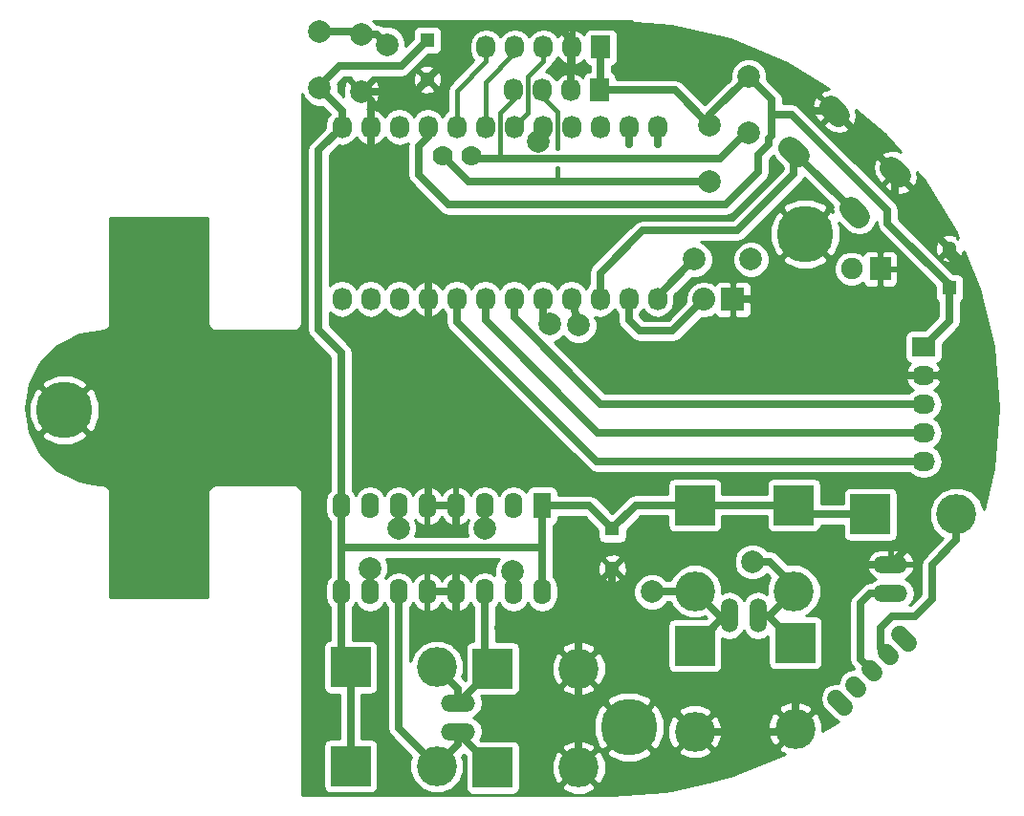
<source format=gbr>
G04 #@! TF.FileFunction,Copper,L2,Bot,Signal*
%FSLAX46Y46*%
G04 Gerber Fmt 4.6, Leading zero omitted, Abs format (unit mm)*
G04 Created by KiCad (PCBNEW (after 2015-mar-04 BZR unknown)-product) date Wed 28 Oct 2015 16:02:44 CET*
%MOMM*%
G01*
G04 APERTURE LIST*
%ADD10C,0.100000*%
%ADD11C,5.000000*%
%ADD12C,2.000000*%
%ADD13O,1.727200X2.032000*%
%ADD14C,1.778000*%
%ADD15C,1.300000*%
%ADD16R,1.300000X1.300000*%
%ADD17R,1.900000X2.000000*%
%ADD18C,1.900000*%
%ADD19R,1.574800X2.286000*%
%ADD20O,1.574800X2.286000*%
%ADD21O,3.014980X1.506220*%
%ADD22R,2.032000X2.032000*%
%ADD23O,2.032000X2.032000*%
%ADD24R,1.727200X2.032000*%
%ADD25R,2.032000X1.727200*%
%ADD26O,2.032000X1.727200*%
%ADD27O,1.506220X3.014980*%
%ADD28C,1.998980*%
%ADD29C,3.540760*%
%ADD30R,3.540760X3.540760*%
%ADD31C,1.500000*%
%ADD32C,2.000000*%
%ADD33C,0.700000*%
%ADD34C,0.400000*%
%ADD35C,0.254000*%
G04 APERTURE END LIST*
D10*
D11*
X55067200Y8128000D03*
X70662800Y51816000D03*
X5080000Y36220400D03*
D12*
X70031425Y58735873D02*
X69324319Y59442979D01*
X73623527Y62327975D02*
X72916421Y63035081D01*
X75419579Y53347719D02*
X74712473Y54054825D01*
X79011681Y56939821D02*
X78304575Y57646927D01*
D13*
X29654500Y46062900D03*
X32194500Y46062900D03*
X34734500Y46062900D03*
X37274500Y46062900D03*
X39814500Y46062900D03*
X42354500Y46062900D03*
X44894500Y46062900D03*
X47434500Y46062900D03*
X49974500Y46062900D03*
X52514500Y46062900D03*
X55054500Y46062900D03*
X57594500Y46062900D03*
D14*
X38544500Y58762900D03*
X41084500Y58762900D03*
D13*
X29654500Y61302900D03*
X32194500Y61302900D03*
X34734500Y61302900D03*
X37274500Y61302900D03*
X39814500Y61302900D03*
X42354500Y61302900D03*
X44894500Y61302900D03*
X47434500Y61302900D03*
X49974500Y61302900D03*
X52514500Y61302900D03*
X55054500Y61302900D03*
X57594500Y61302900D03*
D15*
X53594000Y22179400D03*
D16*
X53594000Y25679400D03*
D15*
X83439000Y50515400D03*
D16*
X83439000Y47015400D03*
D15*
X37211000Y65486400D03*
D16*
X37211000Y68986400D03*
D17*
X77317600Y48717200D03*
D18*
X74777600Y48717200D03*
D19*
X47371000Y27711400D03*
D20*
X44831000Y27711400D03*
X42291000Y27711400D03*
X39751000Y27711400D03*
X37211000Y27711400D03*
X34671000Y27711400D03*
X32131000Y27711400D03*
X29591000Y27711400D03*
X29591000Y20091400D03*
X32131000Y20091400D03*
X34671000Y20091400D03*
X37211000Y20091400D03*
X39751000Y20091400D03*
X42291000Y20091400D03*
X44831000Y20091400D03*
X47371000Y20091400D03*
D21*
X78232000Y22504400D03*
X78232000Y19964400D03*
D22*
X64262000Y45999400D03*
D23*
X61722000Y45999400D03*
D24*
X52451000Y64541400D03*
D13*
X49911000Y64541400D03*
X47371000Y64541400D03*
X44831000Y64541400D03*
D25*
X81153000Y41808400D03*
D26*
X81153000Y39268400D03*
X81153000Y36728400D03*
X81153000Y34188400D03*
X81153000Y31648400D03*
D24*
X52578000Y68351400D03*
D13*
X50038000Y68351400D03*
X47498000Y68351400D03*
X44958000Y68351400D03*
X42418000Y68351400D03*
D21*
X39941500Y7708900D03*
X39941500Y10248900D03*
D27*
X63944500Y17995900D03*
X66484500Y17995900D03*
D28*
X27686000Y64709040D03*
X27686000Y69710300D03*
X31369000Y69453760D03*
X31369000Y64452500D03*
X62230000Y61452760D03*
X62230000Y56451500D03*
X65659000Y65770760D03*
X65659000Y60769500D03*
X65872360Y49555400D03*
X60871100Y49555400D03*
D29*
X84074000Y26949400D03*
D30*
X76454000Y26949400D03*
D29*
X38036500Y4660900D03*
D30*
X30416500Y4660900D03*
D29*
X38036500Y13423900D03*
D30*
X30416500Y13423900D03*
D29*
X60896500Y20154900D03*
D30*
X60896500Y27774900D03*
D29*
X69659500Y20154900D03*
D30*
X69659500Y27774900D03*
D29*
X50609500Y4533900D03*
D30*
X42989500Y4533900D03*
D29*
X50609500Y13296900D03*
D30*
X42989500Y13296900D03*
D29*
X60896500Y7708900D03*
D30*
X60896500Y15328900D03*
D29*
X69786500Y7962900D03*
D30*
X69786500Y15582900D03*
D31*
X78171991Y14343837D02*
X77818437Y14697391D01*
X76757777Y12929623D02*
X76404223Y13283177D01*
X75343563Y11515409D02*
X74990009Y11868963D01*
X74106126Y9924420D02*
X73399020Y10631526D01*
X79762980Y15581274D02*
X79055874Y16288380D01*
D32*
X57086500Y20091400D03*
X42291000Y25679400D03*
X34645600Y25755600D03*
X65989200Y22758400D03*
X32131000Y22186900D03*
X50609500Y43713400D03*
X48056800Y43840400D03*
X44754800Y21945600D03*
X47040800Y60045600D03*
X33629600Y68580000D03*
D33*
X69532500Y7708900D02*
X69786500Y7962900D01*
X60896500Y7708900D02*
X69532500Y7708900D01*
X76200000Y22504400D02*
X73533000Y19837400D01*
X73533000Y19837400D02*
X73533000Y13995400D01*
X73533000Y13995400D02*
X69786500Y10248900D01*
X69786500Y10248900D02*
X69786500Y7962900D01*
X78232000Y22504400D02*
X76200000Y22504400D01*
X50609500Y4533900D02*
X50609500Y13296900D01*
X50609500Y4533900D02*
X49339500Y4533900D01*
X37211000Y20091400D02*
X39751000Y20091400D01*
X39751000Y27711400D02*
X37211000Y27711400D01*
X37274500Y27774900D02*
X37211000Y27711400D01*
X37274500Y46062900D02*
X37274500Y27774900D01*
X32194500Y53555900D02*
X37274500Y48475900D01*
X37274500Y48475900D02*
X37274500Y46062900D01*
X32194500Y61302900D02*
X32194500Y53555900D01*
X32194500Y63627000D02*
X31369000Y64452500D01*
X32194500Y61302900D02*
X32194500Y63627000D01*
X36177100Y64452500D02*
X37211000Y65486400D01*
X31369000Y64452500D02*
X36177100Y64452500D01*
X78658128Y57293374D02*
X73269974Y62681528D01*
X78658128Y55296272D02*
X83439000Y50515400D01*
X78658128Y57293374D02*
X78658128Y55296272D01*
X82550000Y39268400D02*
X85090000Y41808400D01*
X85090000Y41808400D02*
X85090000Y48158400D01*
X85090000Y48158400D02*
X83439000Y49809400D01*
X83439000Y49809400D02*
X83439000Y50515400D01*
X83820000Y37998400D02*
X83820000Y30886400D01*
X83820000Y30886400D02*
X79883000Y26949400D01*
X79883000Y26949400D02*
X79883000Y24155400D01*
X79883000Y24155400D02*
X78232000Y22504400D01*
X82550000Y39268400D02*
X83820000Y37998400D01*
X81153000Y39268400D02*
X82550000Y39268400D01*
X49911000Y68224400D02*
X50038000Y68351400D01*
X49911000Y64541400D02*
X49911000Y68224400D01*
X48641000Y70383400D02*
X41275000Y70383400D01*
X41275000Y70383400D02*
X38862000Y67970400D01*
X38862000Y67970400D02*
X38862000Y67137400D01*
X38862000Y67137400D02*
X37211000Y65486400D01*
X50038000Y68986400D02*
X48641000Y70383400D01*
X50038000Y68351400D02*
X50038000Y68986400D01*
X56896000Y16535400D02*
X56896000Y11709400D01*
X53594000Y19837400D02*
X56896000Y16535400D01*
X56896000Y11709400D02*
X60896500Y7708900D01*
X53594000Y22179400D02*
X53594000Y19837400D01*
X55245000Y70383400D02*
X57531000Y68097400D01*
X57531000Y68097400D02*
X61976000Y68097400D01*
X61976000Y68097400D02*
X62357000Y67716400D01*
X62357000Y67716400D02*
X66421000Y67716400D01*
X66421000Y67716400D02*
X71455872Y62681528D01*
X71455872Y62681528D02*
X73269974Y62681528D01*
X48641000Y70383400D02*
X55245000Y70383400D01*
X50609500Y16789400D02*
X50609500Y16852900D01*
X50609500Y16852900D02*
X53594000Y19837400D01*
X50609500Y16662400D02*
X50609500Y16789400D01*
X50609500Y13296900D02*
X50609500Y16662400D01*
X64262000Y45999400D02*
X68961000Y45999400D01*
X75692000Y39268400D02*
X68961000Y45999400D01*
X81153000Y39268400D02*
X75692000Y39268400D01*
X39751000Y22682200D02*
X39725600Y22707600D01*
X39751000Y20091400D02*
X39751000Y22682200D01*
X39751000Y25577800D02*
X39725600Y25552400D01*
X39751000Y27711400D02*
X39751000Y25577800D01*
X39751000Y17449800D02*
X40284400Y16916400D01*
X40284400Y16916400D02*
X41046400Y16916400D01*
X39751000Y20091400D02*
X39751000Y17449800D01*
X47980600Y16789400D02*
X47853600Y16916400D01*
X47853600Y16916400D02*
X43484800Y16916400D01*
X50609500Y16789400D02*
X47980600Y16789400D01*
X83439000Y44094400D02*
X81153000Y41808400D01*
X83439000Y47015400D02*
X83439000Y44094400D01*
X83439000Y47015400D02*
X83439000Y47396400D01*
X52578000Y64668400D02*
X52451000Y64541400D01*
X52578000Y68351400D02*
X52578000Y64668400D01*
X67691000Y63738760D02*
X65659000Y65770760D01*
X67691000Y62382400D02*
X67691000Y63738760D01*
X67691000Y60477400D02*
X67691000Y62382400D01*
X67437000Y60223400D02*
X67691000Y60477400D01*
X67437000Y59715400D02*
X67437000Y60223400D01*
X66548000Y58826400D02*
X67437000Y59715400D01*
X66548000Y57302400D02*
X66548000Y58826400D01*
X63627000Y54381400D02*
X66548000Y57302400D01*
X39116000Y54381400D02*
X63627000Y54381400D01*
X36449000Y57048400D02*
X39116000Y54381400D01*
X36449000Y59588400D02*
X36449000Y57048400D01*
X37274500Y60413900D02*
X36449000Y59588400D01*
X37274500Y61302900D02*
X37274500Y60413900D01*
X62230000Y62341760D02*
X65659000Y65770760D01*
X62230000Y61452760D02*
X62230000Y62341760D01*
X59141360Y64541400D02*
X62230000Y61452760D01*
X52451000Y64541400D02*
X59141360Y64541400D01*
X77978000Y52730400D02*
X77978000Y53873400D01*
X77978000Y53873400D02*
X69469000Y62382400D01*
X69469000Y62382400D02*
X67691000Y62382400D01*
X83439000Y47269400D02*
X77978000Y52730400D01*
X83439000Y47015400D02*
X83439000Y47269400D01*
X70485000Y26949400D02*
X69659500Y27774900D01*
X76454000Y26949400D02*
X70485000Y26949400D01*
X69659500Y27774900D02*
X60896500Y27774900D01*
X51562000Y27711400D02*
X53594000Y25679400D01*
X47371000Y27711400D02*
X51562000Y27711400D01*
X55689500Y27774900D02*
X53594000Y25679400D01*
X60896500Y27774900D02*
X55689500Y27774900D01*
X30416500Y13423900D02*
X30416500Y4660900D01*
X29591000Y24028400D02*
X29591000Y20091400D01*
X29591000Y27711400D02*
X29591000Y24028400D01*
X47371000Y24028400D02*
X47371000Y20091400D01*
X47371000Y27711400D02*
X47371000Y24028400D01*
X47371000Y24028400D02*
X29591000Y24028400D01*
X29591000Y41300400D02*
X27559000Y43332400D01*
X27559000Y43332400D02*
X27559000Y59207400D01*
X27559000Y59207400D02*
X29654500Y61302900D01*
X29591000Y27711400D02*
X29591000Y41300400D01*
X29654500Y62740540D02*
X27686000Y64709040D01*
X29654500Y61302900D02*
X29654500Y62740540D01*
X29464000Y66700400D02*
X34925000Y66700400D01*
X34925000Y66700400D02*
X37211000Y68986400D01*
X27686000Y64922400D02*
X29464000Y66700400D01*
X27686000Y64709040D02*
X27686000Y64922400D01*
X29591000Y14757400D02*
X29591000Y20091400D01*
X30416500Y13931900D02*
X29591000Y14757400D01*
X30416500Y13423900D02*
X30416500Y13931900D01*
X57594500Y46278800D02*
X60871100Y49555400D01*
X57594500Y46062900D02*
X57594500Y46278800D01*
X77343000Y15172828D02*
X77995214Y14520614D01*
X84074000Y24663400D02*
X81915000Y22504400D01*
X81915000Y22504400D02*
X81915000Y19456400D01*
X81915000Y19456400D02*
X80391000Y17932400D01*
X80391000Y17932400D02*
X78359000Y17932400D01*
X78359000Y17932400D02*
X77343000Y16916400D01*
X77343000Y16916400D02*
X77343000Y15172828D01*
X84074000Y26949400D02*
X84074000Y24663400D01*
X63563500Y17995900D02*
X60896500Y15328900D01*
X63944500Y17995900D02*
X63563500Y17995900D01*
X63055500Y17995900D02*
X60896500Y20154900D01*
X63944500Y17995900D02*
X63055500Y17995900D01*
X57150000Y20154900D02*
X57086500Y20091400D01*
X42291000Y25679400D02*
X42291000Y27711400D01*
X60896500Y20154900D02*
X57150000Y20154900D01*
X67373500Y17995900D02*
X69786500Y15582900D01*
X66484500Y17995900D02*
X67373500Y17995900D01*
X67500500Y17995900D02*
X69659500Y20154900D01*
X66484500Y17995900D02*
X67500500Y17995900D01*
X34671000Y25781000D02*
X34645600Y25755600D01*
X34671000Y27711400D02*
X34671000Y25781000D01*
X67564000Y22758400D02*
X65989200Y22758400D01*
X69659500Y20662900D02*
X67564000Y22758400D01*
X69659500Y20154900D02*
X69659500Y20662900D01*
X39941500Y7581900D02*
X42989500Y4533900D01*
X39941500Y7708900D02*
X39941500Y7581900D01*
X39941500Y6565900D02*
X38036500Y4660900D01*
X39941500Y7708900D02*
X39941500Y6565900D01*
X34671000Y8026400D02*
X38036500Y4660900D01*
X34671000Y20091400D02*
X34671000Y8026400D01*
X42291000Y20091400D02*
X42291000Y19837400D01*
X39941500Y10248900D02*
X42989500Y13296900D01*
X39941500Y11518900D02*
X38036500Y13423900D01*
X39941500Y10248900D02*
X39941500Y11518900D01*
X42291000Y13995400D02*
X42989500Y13296900D01*
X42291000Y20091400D02*
X42291000Y13995400D01*
X55054500Y61302900D02*
X55054500Y59715400D01*
X57594500Y61302900D02*
X57594500Y59715400D01*
X50609500Y43713400D02*
X49974500Y46062900D01*
X32131000Y20091400D02*
X32131000Y22186900D01*
X47434500Y44462700D02*
X48056800Y43840400D01*
X47434500Y46062900D02*
X47434500Y44462700D01*
X44831000Y21869400D02*
X44754800Y21945600D01*
X44831000Y20091400D02*
X44831000Y21869400D01*
X52197000Y31648400D02*
X39814500Y44030900D01*
X39814500Y44030900D02*
X39814500Y46062900D01*
X81153000Y31648400D02*
X52197000Y31648400D01*
X52578000Y36728400D02*
X44894500Y44411900D01*
X44894500Y44411900D02*
X44894500Y46062900D01*
X81153000Y36728400D02*
X52578000Y36728400D01*
X42354500Y44157900D02*
X52324000Y34188400D01*
X52324000Y34188400D02*
X81153000Y34188400D01*
X42354500Y46062900D02*
X42354500Y44157900D01*
X75066026Y53701272D02*
X69677872Y59089426D01*
X52514500Y48348900D02*
X56261000Y52095400D01*
X56261000Y52095400D02*
X64643000Y52095400D01*
X64643000Y52095400D02*
X69677872Y57130272D01*
X69677872Y57130272D02*
X69677872Y59089426D01*
X52514500Y46062900D02*
X52514500Y48348900D01*
X55054500Y44157900D02*
X56007000Y43205400D01*
X56007000Y43205400D02*
X58928000Y43205400D01*
X58928000Y43205400D02*
X61722000Y45999400D01*
X55054500Y46062900D02*
X55054500Y44157900D01*
X40855900Y56451500D02*
X38544500Y58762900D01*
X48704500Y56451500D02*
X40855900Y56451500D01*
X62230000Y56451500D02*
X48704500Y56451500D01*
D34*
X48704500Y62636400D02*
X48704500Y59397900D01*
X47371000Y63969900D02*
X48704500Y62636400D01*
X47371000Y64541400D02*
X47371000Y63969900D01*
X48704500Y56451500D02*
X48704500Y57619900D01*
D33*
X41402000Y58445400D02*
X41084500Y58762900D01*
X43561000Y58445400D02*
X41402000Y58445400D01*
X63119000Y58445400D02*
X43561000Y58445400D01*
X65443100Y60769500D02*
X63119000Y58445400D01*
X65659000Y60769500D02*
X65443100Y60769500D01*
D34*
X43561000Y58572400D02*
X43561000Y58445400D01*
X43561000Y58508900D02*
X43561000Y58572400D01*
X43624500Y58445400D02*
X43561000Y58508900D01*
X43624500Y62509400D02*
X43624500Y58445400D01*
X44831000Y63715900D02*
X43624500Y62509400D01*
X44831000Y64541400D02*
X44831000Y63715900D01*
X42418000Y67081400D02*
X39814500Y64477900D01*
X39814500Y64477900D02*
X39814500Y61302900D01*
X42418000Y68351400D02*
X42418000Y67081400D01*
X42354500Y65239900D02*
X42354500Y61302900D01*
X44958000Y67843400D02*
X42354500Y65239900D01*
X44958000Y68351400D02*
X44958000Y67843400D01*
X47498000Y67144900D02*
X46101000Y65747900D01*
X46101000Y65747900D02*
X46101000Y62509400D01*
X46101000Y62509400D02*
X44894500Y61302900D01*
X47498000Y68351400D02*
X47498000Y67144900D01*
D33*
X31112460Y69710300D02*
X31369000Y69453760D01*
X27686000Y69710300D02*
X31112460Y69710300D01*
X47434500Y60439300D02*
X47040800Y60045600D01*
X47434500Y61302900D02*
X47434500Y60439300D01*
X32755840Y69453760D02*
X33629600Y68580000D01*
X31369000Y69453760D02*
X32755840Y69453760D01*
X76454000Y19964400D02*
X75565000Y19075400D01*
X75565000Y19075400D02*
X75565000Y14122400D01*
X75565000Y14122400D02*
X76581000Y13106400D01*
X78232000Y19964400D02*
X76454000Y19964400D01*
D35*
G36*
X43540257Y23043400D02*
X43369522Y22872963D01*
X43120084Y22272248D01*
X43119516Y21621805D01*
X43128496Y21600072D01*
X42835329Y21795959D01*
X42291000Y21904233D01*
X41746671Y21795959D01*
X41285211Y21487622D01*
X41021246Y21092571D01*
X41016525Y21108662D01*
X40666986Y21542591D01*
X40177996Y21809727D01*
X40098060Y21826410D01*
X39878000Y21704252D01*
X39878000Y20218400D01*
X39898000Y20218400D01*
X39898000Y19964400D01*
X39878000Y19964400D01*
X39878000Y18478548D01*
X40098060Y18356390D01*
X40177996Y18373073D01*
X40666986Y18640209D01*
X41016525Y19074138D01*
X41021246Y19090230D01*
X41285211Y18695178D01*
X41306000Y18681288D01*
X41306000Y15714720D01*
X41219120Y15714720D01*
X40976997Y15667743D01*
X40764193Y15527953D01*
X40621743Y15316920D01*
X40571680Y15067280D01*
X40571680Y12281720D01*
X40285545Y12567855D01*
X40441461Y12943341D01*
X40442296Y13900261D01*
X40076871Y14784658D01*
X39624000Y15238321D01*
X39624000Y18478548D01*
X39624000Y19964400D01*
X39624000Y20218400D01*
X39624000Y21704252D01*
X39403940Y21826410D01*
X39324004Y21809727D01*
X38835014Y21542591D01*
X38485475Y21108662D01*
X38481000Y21093411D01*
X38476525Y21108662D01*
X38126986Y21542591D01*
X37637996Y21809727D01*
X37558060Y21826410D01*
X37338000Y21704252D01*
X37338000Y20218400D01*
X38328600Y20218400D01*
X38633400Y20218400D01*
X39624000Y20218400D01*
X39624000Y19964400D01*
X38633400Y19964400D01*
X38328600Y19964400D01*
X37338000Y19964400D01*
X37338000Y18478548D01*
X37558060Y18356390D01*
X37637996Y18373073D01*
X38126986Y18640209D01*
X38476525Y19074138D01*
X38481000Y19089390D01*
X38485475Y19074138D01*
X38835014Y18640209D01*
X39324004Y18373073D01*
X39403940Y18356390D01*
X39624000Y18478548D01*
X39624000Y15238321D01*
X39400817Y15461893D01*
X38517059Y15828861D01*
X37560139Y15829696D01*
X36675742Y15464271D01*
X35998507Y14788217D01*
X35656000Y13963368D01*
X35656000Y18681288D01*
X35676789Y18695178D01*
X35940753Y19090230D01*
X35945475Y19074138D01*
X36295014Y18640209D01*
X36784004Y18373073D01*
X36863940Y18356390D01*
X37084000Y18478548D01*
X37084000Y19964400D01*
X37064000Y19964400D01*
X37064000Y20218400D01*
X37084000Y20218400D01*
X37084000Y21704252D01*
X36863940Y21826410D01*
X36784004Y21809727D01*
X36295014Y21542591D01*
X35945475Y21108662D01*
X35940753Y21092571D01*
X35676789Y21487622D01*
X35215329Y21795959D01*
X34671000Y21904233D01*
X34126671Y21795959D01*
X33665211Y21487622D01*
X33521971Y21273249D01*
X33765716Y21860252D01*
X33766284Y22510695D01*
X33546174Y23043400D01*
X43540257Y23043400D01*
X43540257Y23043400D01*
G37*
X43540257Y23043400D02*
X43369522Y22872963D01*
X43120084Y22272248D01*
X43119516Y21621805D01*
X43128496Y21600072D01*
X42835329Y21795959D01*
X42291000Y21904233D01*
X41746671Y21795959D01*
X41285211Y21487622D01*
X41021246Y21092571D01*
X41016525Y21108662D01*
X40666986Y21542591D01*
X40177996Y21809727D01*
X40098060Y21826410D01*
X39878000Y21704252D01*
X39878000Y20218400D01*
X39898000Y20218400D01*
X39898000Y19964400D01*
X39878000Y19964400D01*
X39878000Y18478548D01*
X40098060Y18356390D01*
X40177996Y18373073D01*
X40666986Y18640209D01*
X41016525Y19074138D01*
X41021246Y19090230D01*
X41285211Y18695178D01*
X41306000Y18681288D01*
X41306000Y15714720D01*
X41219120Y15714720D01*
X40976997Y15667743D01*
X40764193Y15527953D01*
X40621743Y15316920D01*
X40571680Y15067280D01*
X40571680Y12281720D01*
X40285545Y12567855D01*
X40441461Y12943341D01*
X40442296Y13900261D01*
X40076871Y14784658D01*
X39624000Y15238321D01*
X39624000Y18478548D01*
X39624000Y19964400D01*
X39624000Y20218400D01*
X39624000Y21704252D01*
X39403940Y21826410D01*
X39324004Y21809727D01*
X38835014Y21542591D01*
X38485475Y21108662D01*
X38481000Y21093411D01*
X38476525Y21108662D01*
X38126986Y21542591D01*
X37637996Y21809727D01*
X37558060Y21826410D01*
X37338000Y21704252D01*
X37338000Y20218400D01*
X38328600Y20218400D01*
X38633400Y20218400D01*
X39624000Y20218400D01*
X39624000Y19964400D01*
X38633400Y19964400D01*
X38328600Y19964400D01*
X37338000Y19964400D01*
X37338000Y18478548D01*
X37558060Y18356390D01*
X37637996Y18373073D01*
X38126986Y18640209D01*
X38476525Y19074138D01*
X38481000Y19089390D01*
X38485475Y19074138D01*
X38835014Y18640209D01*
X39324004Y18373073D01*
X39403940Y18356390D01*
X39624000Y18478548D01*
X39624000Y15238321D01*
X39400817Y15461893D01*
X38517059Y15828861D01*
X37560139Y15829696D01*
X36675742Y15464271D01*
X35998507Y14788217D01*
X35656000Y13963368D01*
X35656000Y18681288D01*
X35676789Y18695178D01*
X35940753Y19090230D01*
X35945475Y19074138D01*
X36295014Y18640209D01*
X36784004Y18373073D01*
X36863940Y18356390D01*
X37084000Y18478548D01*
X37084000Y19964400D01*
X37064000Y19964400D01*
X37064000Y20218400D01*
X37084000Y20218400D01*
X37084000Y21704252D01*
X36863940Y21826410D01*
X36784004Y21809727D01*
X36295014Y21542591D01*
X35945475Y21108662D01*
X35940753Y21092571D01*
X35676789Y21487622D01*
X35215329Y21795959D01*
X34671000Y21904233D01*
X34126671Y21795959D01*
X33665211Y21487622D01*
X33521971Y21273249D01*
X33765716Y21860252D01*
X33766284Y22510695D01*
X33546174Y23043400D01*
X43540257Y23043400D01*
G36*
X87774882Y36398201D02*
X87352441Y31030482D01*
X86479769Y27395499D01*
X86479796Y27425761D01*
X86114371Y28310158D01*
X85438317Y28987393D01*
X84736440Y29278838D01*
X84736440Y46365400D01*
X84736440Y47665400D01*
X84689463Y47907523D01*
X84549673Y48120327D01*
X84338640Y48262777D01*
X84158410Y48298921D01*
X84158410Y49616384D01*
X83439000Y50335795D01*
X83259395Y50156190D01*
X83259395Y50515400D01*
X82539984Y51234810D01*
X82309389Y51179129D01*
X82141378Y50696322D01*
X82170917Y50185972D01*
X82309389Y49851671D01*
X82539984Y49795990D01*
X83259395Y50515400D01*
X83259395Y50156190D01*
X82719590Y49616384D01*
X82775271Y49385789D01*
X83258078Y49217778D01*
X83768428Y49247317D01*
X84102729Y49385789D01*
X84158410Y49616384D01*
X84158410Y48298921D01*
X84089000Y48312840D01*
X83788560Y48312840D01*
X79961875Y52139525D01*
X79961875Y55810022D01*
X78658128Y57113769D01*
X78478523Y56934164D01*
X78478523Y57293374D01*
X77174776Y58597121D01*
X76911180Y58502307D01*
X76842632Y58389947D01*
X76669575Y57773927D01*
X76745431Y57138573D01*
X77058652Y56580610D01*
X77412206Y56227057D01*
X78478523Y57293374D01*
X78478523Y56934164D01*
X77591811Y56047452D01*
X77945364Y55693898D01*
X78503327Y55380677D01*
X79138681Y55304821D01*
X79754701Y55477878D01*
X79867061Y55546426D01*
X79961875Y55810022D01*
X79961875Y52139525D01*
X78963000Y53138400D01*
X78963000Y53873400D01*
X78888021Y54250343D01*
X78674500Y54569900D01*
X74573721Y58670679D01*
X74573721Y61198176D01*
X73269974Y62501923D01*
X73090369Y62322318D01*
X73090369Y62681528D01*
X71786622Y63985275D01*
X71523026Y63890461D01*
X71454478Y63778101D01*
X71281421Y63162081D01*
X71357277Y62526727D01*
X71670498Y61968764D01*
X72024052Y61615211D01*
X73090369Y62681528D01*
X73090369Y62322318D01*
X72203657Y61435606D01*
X72557210Y61082052D01*
X73115173Y60768831D01*
X73750527Y60692975D01*
X74366547Y60866032D01*
X74478907Y60934580D01*
X74573721Y61198176D01*
X74573721Y58670679D01*
X70165500Y63078900D01*
X69845943Y63292421D01*
X69469000Y63367400D01*
X68676000Y63367400D01*
X68676000Y63738760D01*
X68601021Y64115703D01*
X68387500Y64435260D01*
X67293280Y65529480D01*
X67293774Y66094454D01*
X67045462Y66695415D01*
X66586073Y67155606D01*
X65985547Y67404966D01*
X65335306Y67405534D01*
X64734345Y67157222D01*
X64274154Y66697833D01*
X64024794Y66097307D01*
X64024297Y65529058D01*
X61785500Y63290260D01*
X59837860Y65237900D01*
X59518303Y65451421D01*
X59141360Y65526400D01*
X53962040Y65526400D01*
X53962040Y65557400D01*
X53915063Y65799523D01*
X53775273Y66012327D01*
X53564240Y66154777D01*
X53563000Y66155026D01*
X53563000Y66711515D01*
X53683723Y66734937D01*
X53896527Y66874727D01*
X54038977Y67085760D01*
X54089040Y67335400D01*
X54089040Y69367400D01*
X54042063Y69609523D01*
X53902273Y69822327D01*
X53691240Y69964777D01*
X53441600Y70014840D01*
X51714400Y70014840D01*
X51472277Y69967863D01*
X51259473Y69828073D01*
X51117023Y69617040D01*
X51098516Y69524755D01*
X50940036Y69702132D01*
X50412791Y69956109D01*
X50397026Y69958758D01*
X50165000Y69837617D01*
X50165000Y68478400D01*
X50185000Y68478400D01*
X50185000Y68224400D01*
X50165000Y68224400D01*
X50165000Y66865183D01*
X50397026Y66744042D01*
X50412791Y66746691D01*
X50940036Y67000668D01*
X51097673Y67177102D01*
X51113937Y67093277D01*
X51253727Y66880473D01*
X51464760Y66738023D01*
X51593000Y66712306D01*
X51593000Y66204840D01*
X51587400Y66204840D01*
X51345277Y66157863D01*
X51132473Y66018073D01*
X50990023Y65807040D01*
X50971516Y65714755D01*
X50813036Y65892132D01*
X50285791Y66146109D01*
X50270026Y66148758D01*
X50038000Y66027617D01*
X50038000Y64668400D01*
X50058000Y64668400D01*
X50058000Y64414400D01*
X50038000Y64414400D01*
X50038000Y64394400D01*
X49784000Y64394400D01*
X49784000Y64414400D01*
X49764000Y64414400D01*
X49764000Y64668400D01*
X49784000Y64668400D01*
X49784000Y66027617D01*
X49551974Y66148758D01*
X49536209Y66146109D01*
X49008964Y65892132D01*
X48637460Y65476331D01*
X48430670Y65785815D01*
X47944489Y66110671D01*
X47694387Y66160420D01*
X48088434Y66554466D01*
X48269439Y66825359D01*
X48269439Y66825360D01*
X48289864Y66928043D01*
X48557670Y67106985D01*
X48764460Y67416470D01*
X49135964Y67000668D01*
X49663209Y66746691D01*
X49678974Y66744042D01*
X49911000Y66865183D01*
X49911000Y68224400D01*
X49891000Y68224400D01*
X49891000Y68478400D01*
X49911000Y68478400D01*
X49911000Y69837617D01*
X49678974Y69958758D01*
X49663209Y69956109D01*
X49135964Y69702132D01*
X48764460Y69286331D01*
X48557670Y69595815D01*
X48071489Y69920671D01*
X47498000Y70034745D01*
X46924511Y69920671D01*
X46438330Y69595815D01*
X46228000Y69281035D01*
X46017670Y69595815D01*
X45531489Y69920671D01*
X44958000Y70034745D01*
X44384511Y69920671D01*
X43898330Y69595815D01*
X43688000Y69281035D01*
X43477670Y69595815D01*
X42991489Y69920671D01*
X42418000Y70034745D01*
X41844511Y69920671D01*
X41358330Y69595815D01*
X41033474Y69109634D01*
X40919400Y68536145D01*
X40919400Y68166655D01*
X41033474Y67593166D01*
X41320032Y67164301D01*
X39224066Y65068334D01*
X39043061Y64797441D01*
X38979500Y64477900D01*
X38979500Y62697435D01*
X38754830Y62547315D01*
X38544500Y62232535D01*
X38508622Y62286231D01*
X38508622Y65305478D01*
X38479083Y65815828D01*
X38340611Y66150129D01*
X38110016Y66205810D01*
X37930410Y66026205D01*
X37930410Y66385416D01*
X37874729Y66616011D01*
X37391922Y66784022D01*
X36881572Y66754483D01*
X36547271Y66616011D01*
X36491590Y66385416D01*
X37211000Y65666005D01*
X37930410Y66385416D01*
X37930410Y66026205D01*
X37390605Y65486400D01*
X38110016Y64766990D01*
X38340611Y64822671D01*
X38508622Y65305478D01*
X38508622Y62286231D01*
X38334170Y62547315D01*
X37930410Y62817100D01*
X37930410Y64587384D01*
X37211000Y65306795D01*
X37031395Y65127190D01*
X37031395Y65486400D01*
X36311984Y66205810D01*
X36081389Y66150129D01*
X35913378Y65667322D01*
X35942917Y65156972D01*
X36081389Y64822671D01*
X36311984Y64766990D01*
X37031395Y65486400D01*
X37031395Y65127190D01*
X36491590Y64587384D01*
X36547271Y64356789D01*
X37030078Y64188778D01*
X37540428Y64218317D01*
X37874729Y64356789D01*
X37930410Y64587384D01*
X37930410Y62817100D01*
X37847989Y62872171D01*
X37274500Y62986245D01*
X36701011Y62872171D01*
X36214830Y62547315D01*
X36004500Y62232535D01*
X35794170Y62547315D01*
X35307989Y62872171D01*
X34734500Y62986245D01*
X34161011Y62872171D01*
X33674830Y62547315D01*
X33468039Y62237831D01*
X33096536Y62653632D01*
X33014401Y62693197D01*
X33014401Y64188082D01*
X32990341Y64837877D01*
X32787965Y65326458D01*
X32521163Y65425057D01*
X31548605Y64452500D01*
X32521163Y63479943D01*
X32787965Y63578542D01*
X33014401Y64188082D01*
X33014401Y62693197D01*
X32569291Y62907609D01*
X32553526Y62910258D01*
X32321500Y62789117D01*
X32321500Y61429900D01*
X32341500Y61429900D01*
X32341500Y61175900D01*
X32321500Y61175900D01*
X32321500Y59816683D01*
X32553526Y59695542D01*
X32569291Y59698191D01*
X33096536Y59952168D01*
X33468039Y60367970D01*
X33674830Y60058485D01*
X34161011Y59733629D01*
X34734500Y59619555D01*
X35307989Y59733629D01*
X35521229Y59876113D01*
X35464000Y59588400D01*
X35464000Y57048400D01*
X35538979Y56671457D01*
X35752500Y56351900D01*
X38419500Y53684900D01*
X38739057Y53471379D01*
X39116000Y53396400D01*
X63627000Y53396400D01*
X64003943Y53471379D01*
X64323500Y53684900D01*
X67244500Y56605900D01*
X67458021Y56925457D01*
X67533000Y57302400D01*
X67533000Y58418400D01*
X67855202Y58740603D01*
X68138622Y58316436D01*
X68692872Y57762187D01*
X68692872Y57538272D01*
X64235000Y53080400D01*
X56261000Y53080400D01*
X55884057Y53005421D01*
X55564500Y52791900D01*
X51818000Y49045400D01*
X51604479Y48725843D01*
X51529500Y48348900D01*
X51529500Y47357208D01*
X51454830Y47307315D01*
X51244500Y46992535D01*
X51034170Y47307315D01*
X50547989Y47632171D01*
X49974500Y47746245D01*
X49401011Y47632171D01*
X48914830Y47307315D01*
X48704500Y46992535D01*
X48494170Y47307315D01*
X48007989Y47632171D01*
X47434500Y47746245D01*
X46861011Y47632171D01*
X46374830Y47307315D01*
X46164500Y46992535D01*
X45954170Y47307315D01*
X45467989Y47632171D01*
X44894500Y47746245D01*
X44321011Y47632171D01*
X43834830Y47307315D01*
X43624500Y46992535D01*
X43414170Y47307315D01*
X42927989Y47632171D01*
X42354500Y47746245D01*
X41781011Y47632171D01*
X41294830Y47307315D01*
X41084500Y46992535D01*
X40874170Y47307315D01*
X40387989Y47632171D01*
X39814500Y47746245D01*
X39241011Y47632171D01*
X38754830Y47307315D01*
X38548039Y46997831D01*
X38176536Y47413632D01*
X37649291Y47667609D01*
X37633526Y47670258D01*
X37401500Y47549117D01*
X37401500Y46189900D01*
X37421500Y46189900D01*
X37421500Y45935900D01*
X37401500Y45935900D01*
X37401500Y44576683D01*
X37633526Y44455542D01*
X37649291Y44458191D01*
X38176536Y44712168D01*
X38548039Y45127970D01*
X38754830Y44818485D01*
X38829500Y44768593D01*
X38829500Y44030900D01*
X38904479Y43653957D01*
X39118000Y43334400D01*
X51500500Y30951900D01*
X51820057Y30738379D01*
X52197000Y30663400D01*
X79858692Y30663400D01*
X79908585Y30588730D01*
X80394766Y30263874D01*
X80968255Y30149800D01*
X81337745Y30149800D01*
X81911234Y30263874D01*
X82397415Y30588730D01*
X82722271Y31074911D01*
X82836345Y31648400D01*
X82722271Y32221889D01*
X82397415Y32708070D01*
X82082634Y32918400D01*
X82397415Y33128730D01*
X82722271Y33614911D01*
X82836345Y34188400D01*
X82722271Y34761889D01*
X82397415Y35248070D01*
X82082634Y35458400D01*
X82397415Y35668730D01*
X82722271Y36154911D01*
X82836345Y36728400D01*
X82722271Y37301889D01*
X82397415Y37788070D01*
X82087930Y37994861D01*
X82503732Y38366364D01*
X82757709Y38893609D01*
X82760358Y38909374D01*
X82639217Y39141400D01*
X81280000Y39141400D01*
X81280000Y39121400D01*
X81026000Y39121400D01*
X81026000Y39141400D01*
X79666783Y39141400D01*
X79545642Y38909374D01*
X79548291Y38893609D01*
X79802268Y38366364D01*
X80218069Y37994861D01*
X79908585Y37788070D01*
X79858692Y37713400D01*
X78902600Y37713400D01*
X78902600Y47590891D01*
X78902600Y48431450D01*
X78902600Y49002950D01*
X78902600Y49843509D01*
X78805927Y50076898D01*
X78627299Y50255527D01*
X78393910Y50352200D01*
X78141291Y50352200D01*
X77603350Y50352200D01*
X77444600Y50193450D01*
X77444600Y48844200D01*
X78743850Y48844200D01*
X78902600Y49002950D01*
X78902600Y48431450D01*
X78743850Y48590200D01*
X77444600Y48590200D01*
X77444600Y47240950D01*
X77603350Y47082200D01*
X78141291Y47082200D01*
X78393910Y47082200D01*
X78627299Y47178873D01*
X78805927Y47357502D01*
X78902600Y47590891D01*
X78902600Y37713400D01*
X77190600Y37713400D01*
X77190600Y47240950D01*
X77190600Y48590200D01*
X77170600Y48590200D01*
X77170600Y48844200D01*
X77190600Y48844200D01*
X77190600Y50193450D01*
X77031850Y50352200D01*
X76493909Y50352200D01*
X76241290Y50352200D01*
X76007901Y50255527D01*
X75829273Y50076898D01*
X75779588Y49956949D01*
X75676603Y50060114D01*
X75094259Y50301924D01*
X74463707Y50302475D01*
X73880943Y50061681D01*
X73434686Y49616203D01*
X73192876Y49033859D01*
X73192325Y48403307D01*
X73433119Y47820543D01*
X73878597Y47374286D01*
X74460941Y47132476D01*
X75091493Y47131925D01*
X75674257Y47372719D01*
X75779466Y47477746D01*
X75829273Y47357502D01*
X76007901Y47178873D01*
X76241290Y47082200D01*
X76493909Y47082200D01*
X77031850Y47082200D01*
X77190600Y47240950D01*
X77190600Y37713400D01*
X72719075Y37713400D01*
X72719075Y49580120D01*
X70662800Y51636395D01*
X70483195Y51456790D01*
X70483195Y51816000D01*
X68426920Y53872275D01*
X68004236Y53590579D01*
X67527506Y52438108D01*
X67528095Y51190928D01*
X68004236Y50041421D01*
X68426920Y49759725D01*
X70483195Y51816000D01*
X70483195Y51456790D01*
X68606525Y49580120D01*
X68888221Y49157436D01*
X70040692Y48680706D01*
X71287872Y48681295D01*
X72437379Y49157436D01*
X72719075Y49580120D01*
X72719075Y37713400D01*
X67507134Y37713400D01*
X67507134Y49879094D01*
X67258822Y50480055D01*
X66799433Y50940246D01*
X66198907Y51189606D01*
X65548666Y51190174D01*
X64947705Y50941862D01*
X64487514Y50482473D01*
X64238154Y49881947D01*
X64237586Y49231706D01*
X64485898Y48630745D01*
X64945287Y48170554D01*
X65545813Y47921194D01*
X66196054Y47920626D01*
X66797015Y48168938D01*
X67257206Y48628327D01*
X67506566Y49228853D01*
X67507134Y49879094D01*
X67507134Y37713400D01*
X65913000Y37713400D01*
X65913000Y44857091D01*
X65913000Y45713650D01*
X65913000Y46285150D01*
X65913000Y47141709D01*
X65816327Y47375098D01*
X65637699Y47553727D01*
X65404310Y47650400D01*
X65151691Y47650400D01*
X64547750Y47650400D01*
X64389000Y47491650D01*
X64389000Y46126400D01*
X65754250Y46126400D01*
X65913000Y46285150D01*
X65913000Y45713650D01*
X65754250Y45872400D01*
X64389000Y45872400D01*
X64389000Y44507150D01*
X64547750Y44348400D01*
X65151691Y44348400D01*
X65404310Y44348400D01*
X65637699Y44445073D01*
X65816327Y44623702D01*
X65913000Y44857091D01*
X65913000Y37713400D01*
X52986000Y37713400D01*
X48461043Y42238357D01*
X48981743Y42453506D01*
X49269860Y42741121D01*
X49682137Y42328122D01*
X50282852Y42078684D01*
X50933295Y42078116D01*
X51534443Y42326506D01*
X51994778Y42786037D01*
X52244216Y43386752D01*
X52244784Y44037195D01*
X52066502Y44468668D01*
X52514500Y44379555D01*
X53087989Y44493629D01*
X53574170Y44818485D01*
X53784500Y45133266D01*
X53994830Y44818485D01*
X54069500Y44768593D01*
X54069500Y44157900D01*
X54144479Y43780957D01*
X54358000Y43461400D01*
X55310500Y42508900D01*
X55630057Y42295379D01*
X56007000Y42220400D01*
X58928000Y42220400D01*
X59304943Y42295379D01*
X59624500Y42508900D01*
X61479826Y44364227D01*
X61722000Y44316055D01*
X62353810Y44441730D01*
X62690001Y44666366D01*
X62707673Y44623702D01*
X62886301Y44445073D01*
X63119690Y44348400D01*
X63372309Y44348400D01*
X63976250Y44348400D01*
X64135000Y44507150D01*
X64135000Y45872400D01*
X64115000Y45872400D01*
X64115000Y46126400D01*
X64135000Y46126400D01*
X64135000Y47491650D01*
X63976250Y47650400D01*
X63372309Y47650400D01*
X63119690Y47650400D01*
X62886301Y47553727D01*
X62707673Y47375098D01*
X62690001Y47332435D01*
X62353810Y47557070D01*
X61722000Y47682745D01*
X61090190Y47557070D01*
X60554567Y47199178D01*
X60196675Y46663555D01*
X60071000Y46031745D01*
X60071000Y45967055D01*
X60108438Y45778839D01*
X58520000Y44190400D01*
X56415000Y44190400D01*
X56039500Y44565900D01*
X56039500Y44768593D01*
X56114170Y44818485D01*
X56324500Y45133266D01*
X56534830Y44818485D01*
X57021011Y44493629D01*
X57594500Y44379555D01*
X58167989Y44493629D01*
X58654170Y44818485D01*
X58979026Y45304666D01*
X59093100Y45878155D01*
X59093100Y46247645D01*
X59070410Y46361711D01*
X60629819Y47921120D01*
X61194794Y47920626D01*
X61795755Y48168938D01*
X62255946Y48628327D01*
X62505306Y49228853D01*
X62505874Y49879094D01*
X62257562Y50480055D01*
X61798173Y50940246D01*
X61388396Y51110400D01*
X64643000Y51110400D01*
X65019943Y51185379D01*
X65339500Y51398900D01*
X70374372Y56433772D01*
X70587893Y56753329D01*
X70593380Y56780918D01*
X73088045Y54286252D01*
X73047895Y54084402D01*
X73119342Y53725216D01*
X72898680Y53872275D01*
X72719075Y53692670D01*
X72719075Y54051880D01*
X72437379Y54474564D01*
X71284908Y54951294D01*
X70037728Y54950705D01*
X68888221Y54474564D01*
X68606525Y54051880D01*
X70662800Y51995605D01*
X72719075Y54051880D01*
X72719075Y53692670D01*
X70842405Y51816000D01*
X72898680Y49759725D01*
X73321364Y50041421D01*
X73798094Y51193892D01*
X73797505Y52441072D01*
X73644429Y52810629D01*
X74293036Y52162023D01*
X74823468Y51807599D01*
X75449156Y51683142D01*
X76074843Y51807599D01*
X76605275Y52162023D01*
X76959699Y52692455D01*
X76993000Y52859871D01*
X76993000Y52730400D01*
X77067979Y52353457D01*
X77281500Y52033900D01*
X82141560Y47173840D01*
X82141560Y46365400D01*
X82188537Y46123277D01*
X82328327Y45910473D01*
X82454000Y45825643D01*
X82454000Y44502400D01*
X81271040Y43319440D01*
X80137000Y43319440D01*
X79894877Y43272463D01*
X79682073Y43132673D01*
X79539623Y42921640D01*
X79489560Y42672000D01*
X79489560Y40944800D01*
X79536537Y40702677D01*
X79676327Y40489873D01*
X79887360Y40347423D01*
X79979645Y40328917D01*
X79802268Y40170436D01*
X79548291Y39643191D01*
X79545642Y39627426D01*
X79666783Y39395400D01*
X81026000Y39395400D01*
X81026000Y39415400D01*
X81280000Y39415400D01*
X81280000Y39395400D01*
X82639217Y39395400D01*
X82760358Y39627426D01*
X82757709Y39643191D01*
X82503732Y40170436D01*
X82327298Y40328074D01*
X82411123Y40344337D01*
X82623927Y40484127D01*
X82766377Y40695160D01*
X82816440Y40944800D01*
X82816440Y42078840D01*
X84135500Y43397900D01*
X84349021Y43717457D01*
X84424000Y44094400D01*
X84424000Y45825948D01*
X84543927Y45904727D01*
X84686377Y46115760D01*
X84736440Y46365400D01*
X84736440Y29278838D01*
X84554559Y29354361D01*
X83597639Y29355196D01*
X82713242Y28989771D01*
X82036007Y28313717D01*
X81669039Y27429959D01*
X81668204Y26473039D01*
X82033629Y25588642D01*
X82709683Y24911407D01*
X82864656Y24847057D01*
X81218500Y23200900D01*
X81004979Y22881343D01*
X80930000Y22504400D01*
X80930000Y19864401D01*
X79982999Y18917400D01*
X79911931Y18917400D01*
X80009896Y18982858D01*
X80310800Y19433193D01*
X80416464Y19964400D01*
X80310800Y20495607D01*
X80009896Y20945942D01*
X79559561Y21246846D01*
X79556694Y21247417D01*
X79634919Y21270554D01*
X80057724Y21612660D01*
X80317427Y22090525D01*
X80331783Y22162726D01*
X80331783Y22846074D01*
X80317427Y22918275D01*
X80057724Y23396140D01*
X79634919Y23738246D01*
X79113380Y23892510D01*
X78359000Y23892510D01*
X78359000Y22631400D01*
X80209162Y22631400D01*
X80331783Y22846074D01*
X80331783Y22162726D01*
X80209162Y22377400D01*
X78359000Y22377400D01*
X78359000Y22357400D01*
X78105000Y22357400D01*
X78105000Y22377400D01*
X78105000Y22631400D01*
X78105000Y23892510D01*
X77350620Y23892510D01*
X76829081Y23738246D01*
X76406276Y23396140D01*
X76146573Y22918275D01*
X76132217Y22846074D01*
X76254838Y22631400D01*
X78105000Y22631400D01*
X78105000Y22377400D01*
X76254838Y22377400D01*
X76132217Y22162726D01*
X76146573Y22090525D01*
X76406276Y21612660D01*
X76829081Y21270554D01*
X76907305Y21247417D01*
X76904439Y21246846D01*
X76459279Y20949400D01*
X76454000Y20949400D01*
X76077057Y20874421D01*
X75757500Y20660900D01*
X74868500Y19771900D01*
X74654979Y19452343D01*
X74580000Y19075400D01*
X74580000Y14122400D01*
X74654979Y13745457D01*
X74868500Y13425900D01*
X74998559Y13295841D01*
X75003826Y13269360D01*
X74967359Y13276613D01*
X74437343Y13171186D01*
X73988016Y12870956D01*
X73687786Y12421629D01*
X73603284Y11996814D01*
X73372907Y12042639D01*
X72842891Y11937212D01*
X72393564Y11636982D01*
X72204320Y11353758D01*
X72204320Y13812520D01*
X72204320Y17353280D01*
X72157343Y17595403D01*
X72017553Y17808207D01*
X71806520Y17950657D01*
X71556880Y18000720D01*
X70744818Y18000720D01*
X71020258Y18114529D01*
X71697493Y18790583D01*
X72064461Y19674341D01*
X72065296Y20631261D01*
X71699871Y21515658D01*
X71023817Y22192893D01*
X70140059Y22559861D01*
X69183139Y22560696D01*
X69163018Y22552383D01*
X68260500Y23454900D01*
X67940943Y23668421D01*
X67564000Y23743400D01*
X67316141Y23743400D01*
X66916563Y24143678D01*
X66315848Y24393116D01*
X65665405Y24393684D01*
X65064257Y24145294D01*
X64603922Y23685763D01*
X64354484Y23085048D01*
X64353916Y22434605D01*
X64602306Y21833457D01*
X65061837Y21373122D01*
X65662552Y21123684D01*
X66312995Y21123116D01*
X66914143Y21371506D01*
X67236299Y21693101D01*
X67559503Y21369897D01*
X67254539Y20635459D01*
X67253910Y19915538D01*
X67015707Y20074700D01*
X66484500Y20180364D01*
X65953293Y20074700D01*
X65502958Y19773796D01*
X65214500Y19342088D01*
X64926042Y19773796D01*
X64475707Y20074700D01*
X63944500Y20180364D01*
X63413293Y20074700D01*
X63301745Y20000167D01*
X63302296Y20631261D01*
X62936871Y21515658D01*
X62260817Y22192893D01*
X61377059Y22559861D01*
X60420139Y22560696D01*
X59535742Y22195271D01*
X58858507Y21519217D01*
X58701000Y21139900D01*
X58350052Y21139900D01*
X58013863Y21476678D01*
X57413148Y21726116D01*
X56762705Y21726684D01*
X56161557Y21478294D01*
X55701222Y21018763D01*
X55451784Y20418048D01*
X55451216Y19767605D01*
X55699606Y19166457D01*
X56159137Y18706122D01*
X56759852Y18456684D01*
X57410295Y18456116D01*
X58011443Y18704506D01*
X58471778Y19164037D01*
X58474212Y19169900D01*
X58700869Y19169900D01*
X58856129Y18794142D01*
X59532183Y18116907D01*
X60415941Y17749939D01*
X61372861Y17749104D01*
X61752452Y17905948D01*
X61911680Y17746720D01*
X59126120Y17746720D01*
X58883997Y17699743D01*
X58671193Y17559953D01*
X58528743Y17348920D01*
X58478680Y17099280D01*
X58478680Y13558520D01*
X58525657Y13316397D01*
X58665447Y13103593D01*
X58876480Y12961143D01*
X59126120Y12911080D01*
X62666880Y12911080D01*
X62909003Y12958057D01*
X63121807Y13097847D01*
X63264257Y13308880D01*
X63314320Y13558520D01*
X63314320Y15983232D01*
X63413293Y15917100D01*
X63944500Y15811436D01*
X64475707Y15917100D01*
X64926042Y16218004D01*
X65214500Y16649713D01*
X65502958Y16218004D01*
X65953293Y15917100D01*
X66484500Y15811436D01*
X67015707Y15917100D01*
X67368680Y16152949D01*
X67368680Y13812520D01*
X67415657Y13570397D01*
X67555447Y13357593D01*
X67766480Y13215143D01*
X68016120Y13165080D01*
X71556880Y13165080D01*
X71799003Y13212057D01*
X72011807Y13351847D01*
X72154257Y13562880D01*
X72204320Y13812520D01*
X72204320Y11353758D01*
X72093334Y11187655D01*
X71987907Y10657639D01*
X72093334Y10127623D01*
X72393564Y9678296D01*
X73152896Y8918964D01*
X73600384Y8619962D01*
X72194632Y7758523D01*
X72185693Y8471477D01*
X71842605Y9299767D01*
X71495743Y9492538D01*
X71316138Y9312933D01*
X71316138Y9672143D01*
X71123367Y10019005D01*
X70234767Y10374090D01*
X69277923Y10362093D01*
X68449633Y10019005D01*
X68256862Y9672143D01*
X69786500Y8142505D01*
X71316138Y9672143D01*
X71316138Y9312933D01*
X69966105Y7962900D01*
X69980247Y7948758D01*
X69800642Y7769153D01*
X69786500Y7783295D01*
X69606895Y7603690D01*
X69606895Y7962900D01*
X68077257Y9492538D01*
X67730395Y9299767D01*
X67375310Y8411167D01*
X67387307Y7454323D01*
X67730395Y6626033D01*
X68077257Y6433262D01*
X69606895Y7962900D01*
X69606895Y7603690D01*
X68256862Y6253657D01*
X68449633Y5906795D01*
X68850223Y5746719D01*
X64065267Y3764689D01*
X63307690Y3582814D01*
X63307690Y7260633D01*
X63295693Y8217477D01*
X62952605Y9045767D01*
X62605743Y9238538D01*
X62426138Y9058933D01*
X62426138Y9418143D01*
X62233367Y9765005D01*
X61344767Y10120090D01*
X60387923Y10108093D01*
X59559633Y9765005D01*
X59366862Y9418143D01*
X60896500Y7888505D01*
X62426138Y9418143D01*
X62426138Y9058933D01*
X61076105Y7708900D01*
X62605743Y6179262D01*
X62952605Y6372033D01*
X63307690Y7260633D01*
X63307690Y3582814D01*
X62426138Y3371175D01*
X62426138Y5999657D01*
X60896500Y7529295D01*
X60716895Y7349690D01*
X60716895Y7708900D01*
X59187257Y9238538D01*
X58840395Y9045767D01*
X58485310Y8157167D01*
X58497307Y7200323D01*
X58840395Y6372033D01*
X59187257Y6179262D01*
X60716895Y7708900D01*
X60716895Y7349690D01*
X59366862Y5999657D01*
X59559633Y5652795D01*
X60448233Y5297710D01*
X61405077Y5309707D01*
X62233367Y5652795D01*
X62426138Y5999657D01*
X62426138Y3371175D01*
X58829708Y2507759D01*
X58202494Y2458397D01*
X58202494Y7505892D01*
X58201905Y8753072D01*
X57725764Y9902579D01*
X57303080Y10184275D01*
X57123475Y10004670D01*
X57123475Y10363880D01*
X56841779Y10786564D01*
X55689308Y11263294D01*
X54891622Y11262918D01*
X54891622Y21998478D01*
X54862083Y22508828D01*
X54723611Y22843129D01*
X54493016Y22898810D01*
X54313410Y22719205D01*
X54313410Y23078416D01*
X54257729Y23309011D01*
X53774922Y23477022D01*
X53264572Y23447483D01*
X52930271Y23309011D01*
X52874590Y23078416D01*
X53594000Y22359005D01*
X54313410Y23078416D01*
X54313410Y22719205D01*
X53773605Y22179400D01*
X54493016Y21459990D01*
X54723611Y21515671D01*
X54891622Y21998478D01*
X54891622Y11262918D01*
X54442128Y11262705D01*
X54313410Y11209389D01*
X54313410Y21280384D01*
X53594000Y21999795D01*
X53414395Y21820190D01*
X53414395Y22179400D01*
X52694984Y22898810D01*
X52464389Y22843129D01*
X52296378Y22360322D01*
X52325917Y21849972D01*
X52464389Y21515671D01*
X52694984Y21459990D01*
X53414395Y22179400D01*
X53414395Y21820190D01*
X52874590Y21280384D01*
X52930271Y21049789D01*
X53413078Y20881778D01*
X53923428Y20911317D01*
X54257729Y21049789D01*
X54313410Y21280384D01*
X54313410Y11209389D01*
X53292621Y10786564D01*
X53020690Y10378533D01*
X53020690Y12848633D01*
X53008693Y13805477D01*
X52665605Y14633767D01*
X52318743Y14826538D01*
X52139138Y14646933D01*
X52139138Y15006143D01*
X51946367Y15353005D01*
X51057767Y15708090D01*
X50100923Y15696093D01*
X49272633Y15353005D01*
X49079862Y15006143D01*
X50609500Y13476505D01*
X52139138Y15006143D01*
X52139138Y14646933D01*
X50789105Y13296900D01*
X52318743Y11767262D01*
X52665605Y11960033D01*
X53020690Y12848633D01*
X53020690Y10378533D01*
X53010925Y10363880D01*
X55067200Y8307605D01*
X57123475Y10363880D01*
X57123475Y10004670D01*
X55246805Y8128000D01*
X57303080Y6071725D01*
X57725764Y6353421D01*
X58202494Y7505892D01*
X58202494Y2458397D01*
X57123475Y2373478D01*
X57123475Y5892120D01*
X55067200Y7948395D01*
X54887595Y7768790D01*
X54887595Y8128000D01*
X52831320Y10184275D01*
X52408636Y9902579D01*
X52139138Y9251082D01*
X52139138Y11587657D01*
X50609500Y13117295D01*
X50429895Y12937690D01*
X50429895Y13296900D01*
X48900257Y14826538D01*
X48553395Y14633767D01*
X48198310Y13745167D01*
X48210307Y12788323D01*
X48553395Y11960033D01*
X48900257Y11767262D01*
X50429895Y13296900D01*
X50429895Y12937690D01*
X49079862Y11587657D01*
X49272633Y11240795D01*
X50161233Y10885710D01*
X51118077Y10897707D01*
X51946367Y11240795D01*
X52139138Y11587657D01*
X52139138Y9251082D01*
X51931906Y8750108D01*
X51932495Y7502928D01*
X52408636Y6353421D01*
X52831320Y6071725D01*
X54887595Y8128000D01*
X54887595Y7768790D01*
X53010925Y5892120D01*
X53292621Y5469436D01*
X54445092Y4992706D01*
X55692272Y4993295D01*
X56841779Y5469436D01*
X57123475Y5892120D01*
X57123475Y2373478D01*
X53435091Y2083200D01*
X53020690Y2083200D01*
X53020690Y4085633D01*
X53008693Y5042477D01*
X52665605Y5870767D01*
X52318743Y6063538D01*
X52139138Y5883933D01*
X52139138Y6243143D01*
X51946367Y6590005D01*
X51057767Y6945090D01*
X50100923Y6933093D01*
X49272633Y6590005D01*
X49079862Y6243143D01*
X50609500Y4713505D01*
X52139138Y6243143D01*
X52139138Y5883933D01*
X50789105Y4533900D01*
X52318743Y3004262D01*
X52665605Y3197033D01*
X53020690Y4085633D01*
X53020690Y2083200D01*
X52139138Y2083200D01*
X52139138Y2824657D01*
X50609500Y4354295D01*
X50429895Y4174690D01*
X50429895Y4533900D01*
X48900257Y6063538D01*
X48553395Y5870767D01*
X48198310Y4982167D01*
X48210307Y4025323D01*
X48553395Y3197033D01*
X48900257Y3004262D01*
X50429895Y4533900D01*
X50429895Y4174690D01*
X49079862Y2824657D01*
X49272633Y2477795D01*
X50161233Y2122710D01*
X51118077Y2134707D01*
X51946367Y2477795D01*
X52139138Y2824657D01*
X52139138Y2083200D01*
X26097000Y2083200D01*
X26097000Y28898200D01*
X26044857Y29160338D01*
X25896368Y29382568D01*
X25674138Y29531057D01*
X25412000Y29583200D01*
X18462000Y29583200D01*
X18199862Y29531057D01*
X17977632Y29382568D01*
X17829143Y29160338D01*
X17777000Y28898200D01*
X17777000Y19583200D01*
X9147000Y19583200D01*
X9147000Y28898200D01*
X9131243Y28977413D01*
X9128073Y29058109D01*
X9105415Y29107258D01*
X9094857Y29160338D01*
X9049988Y29227489D01*
X9016177Y29300832D01*
X8976435Y29337569D01*
X8946368Y29382568D01*
X8879217Y29427437D01*
X8819912Y29482258D01*
X8769136Y29500991D01*
X8724138Y29531057D01*
X8644929Y29546813D01*
X8569159Y29574766D01*
X8215294Y29630814D01*
X8215294Y35598292D01*
X8214705Y36845472D01*
X7738564Y37994979D01*
X7315880Y38276675D01*
X7136275Y38097070D01*
X7136275Y38456280D01*
X6854579Y38878964D01*
X5702108Y39355694D01*
X4454928Y39355105D01*
X3305421Y38878964D01*
X3023725Y38456280D01*
X5080000Y36400005D01*
X7136275Y38456280D01*
X7136275Y38097070D01*
X5259605Y36220400D01*
X7315880Y34164125D01*
X7738564Y34445821D01*
X8215294Y35598292D01*
X8215294Y29630814D01*
X7136275Y29801715D01*
X7136275Y33984520D01*
X5080000Y36040795D01*
X4900395Y35861190D01*
X4900395Y36220400D01*
X2844120Y38276675D01*
X2421436Y37994979D01*
X1944706Y36842508D01*
X1945295Y35595328D01*
X2421436Y34445821D01*
X2844120Y34164125D01*
X4900395Y36220400D01*
X4900395Y35861190D01*
X3023725Y33984520D01*
X3305421Y33561836D01*
X4457892Y33085106D01*
X5705072Y33085695D01*
X6854579Y33561836D01*
X7136275Y33984520D01*
X7136275Y29801715D01*
X6358685Y29924874D01*
X4461264Y30891654D01*
X2955484Y32397462D01*
X1988692Y34294891D01*
X1655539Y36398201D01*
X1988692Y38501510D01*
X2955484Y40398939D01*
X4461264Y41904747D01*
X6358685Y42871527D01*
X8569159Y43221634D01*
X8644929Y43249588D01*
X8724138Y43265343D01*
X8769136Y43295410D01*
X8819912Y43314142D01*
X8879217Y43368964D01*
X8946368Y43413832D01*
X8976435Y43458832D01*
X9016177Y43495568D01*
X9049988Y43568912D01*
X9094857Y43636062D01*
X9105415Y43689143D01*
X9128073Y43738291D01*
X9131243Y43818988D01*
X9147000Y43898200D01*
X9147000Y53213200D01*
X17777000Y53213200D01*
X17777000Y43898200D01*
X17829143Y43636062D01*
X17977632Y43413832D01*
X18199862Y43265343D01*
X18462000Y43213200D01*
X25412000Y43213200D01*
X25674138Y43265343D01*
X25896368Y43413832D01*
X26044857Y43636062D01*
X26097000Y43898200D01*
X26097000Y64274565D01*
X26299538Y63784385D01*
X26758927Y63324194D01*
X27359453Y63074834D01*
X27927702Y63074338D01*
X28538711Y62463329D01*
X28269974Y62061134D01*
X28155900Y61487645D01*
X28155900Y61197301D01*
X26862500Y59903900D01*
X26648979Y59584343D01*
X26574000Y59207400D01*
X26574000Y43332400D01*
X26648979Y42955457D01*
X26862500Y42635900D01*
X28606000Y40892400D01*
X28606000Y29121513D01*
X28585211Y29107622D01*
X28276874Y28646162D01*
X28168600Y28101833D01*
X28168600Y27320967D01*
X28276874Y26776638D01*
X28585211Y26315178D01*
X28606000Y26301288D01*
X28606000Y24028400D01*
X28606000Y21501513D01*
X28585211Y21487622D01*
X28276874Y21026162D01*
X28168600Y20481833D01*
X28168600Y19700967D01*
X28276874Y19156638D01*
X28585211Y18695178D01*
X28606000Y18681288D01*
X28606000Y15833936D01*
X28403997Y15794743D01*
X28191193Y15654953D01*
X28048743Y15443920D01*
X27998680Y15194280D01*
X27998680Y11653520D01*
X28045657Y11411397D01*
X28185447Y11198593D01*
X28396480Y11056143D01*
X28646120Y11006080D01*
X29431500Y11006080D01*
X29431500Y7078720D01*
X28646120Y7078720D01*
X28403997Y7031743D01*
X28191193Y6891953D01*
X28048743Y6680920D01*
X27998680Y6431280D01*
X27998680Y2890520D01*
X28045657Y2648397D01*
X28185447Y2435593D01*
X28396480Y2293143D01*
X28646120Y2243080D01*
X32186880Y2243080D01*
X32429003Y2290057D01*
X32641807Y2429847D01*
X32784257Y2640880D01*
X32834320Y2890520D01*
X32834320Y6431280D01*
X32787343Y6673403D01*
X32647553Y6886207D01*
X32436520Y7028657D01*
X32186880Y7078720D01*
X31401500Y7078720D01*
X31401500Y11006080D01*
X32186880Y11006080D01*
X32429003Y11053057D01*
X32641807Y11192847D01*
X32784257Y11403880D01*
X32834320Y11653520D01*
X32834320Y15194280D01*
X32787343Y15436403D01*
X32647553Y15649207D01*
X32436520Y15791657D01*
X32186880Y15841720D01*
X30576000Y15841720D01*
X30576000Y18681288D01*
X30596789Y18695178D01*
X30861000Y19090599D01*
X31125211Y18695178D01*
X31586671Y18386841D01*
X32131000Y18278567D01*
X32675329Y18386841D01*
X33136789Y18695178D01*
X33401000Y19090599D01*
X33665211Y18695178D01*
X33686000Y18681288D01*
X33686000Y8026400D01*
X33760979Y7649457D01*
X33974500Y7329900D01*
X35787454Y5516946D01*
X35631539Y5141459D01*
X35630704Y4184539D01*
X35996129Y3300142D01*
X36672183Y2622907D01*
X37555941Y2255939D01*
X38512861Y2255104D01*
X39397258Y2620529D01*
X40074493Y3296583D01*
X40441461Y4180341D01*
X40442296Y5137261D01*
X40285452Y5516853D01*
X40449500Y5680900D01*
X40571680Y5558720D01*
X40571680Y2763520D01*
X40618657Y2521397D01*
X40758447Y2308593D01*
X40969480Y2166143D01*
X41219120Y2116080D01*
X44759880Y2116080D01*
X45002003Y2163057D01*
X45214807Y2302847D01*
X45357257Y2513880D01*
X45407320Y2763520D01*
X45407320Y6304280D01*
X45360343Y6546403D01*
X45220553Y6759207D01*
X45009520Y6901657D01*
X44759880Y6951720D01*
X41964680Y6951720D01*
X41907509Y7008891D01*
X42020300Y7177693D01*
X42125964Y7708900D01*
X42020300Y8240107D01*
X41719396Y8690442D01*
X41287687Y8978900D01*
X41719396Y9267358D01*
X42020300Y9717693D01*
X42125964Y10248900D01*
X42020300Y10780107D01*
X41958378Y10872779D01*
X41964680Y10879080D01*
X44759880Y10879080D01*
X45002003Y10926057D01*
X45214807Y11065847D01*
X45357257Y11276880D01*
X45407320Y11526520D01*
X45407320Y15067280D01*
X45360343Y15309403D01*
X45220553Y15522207D01*
X45009520Y15664657D01*
X44759880Y15714720D01*
X43276000Y15714720D01*
X43276000Y18681288D01*
X43296789Y18695178D01*
X43561000Y19090599D01*
X43825211Y18695178D01*
X44286671Y18386841D01*
X44831000Y18278567D01*
X45375329Y18386841D01*
X45836789Y18695178D01*
X46101000Y19090599D01*
X46365211Y18695178D01*
X46826671Y18386841D01*
X47371000Y18278567D01*
X47915329Y18386841D01*
X48376789Y18695178D01*
X48685126Y19156638D01*
X48793400Y19700967D01*
X48793400Y20481833D01*
X48685126Y21026162D01*
X48376789Y21487622D01*
X48356000Y21501513D01*
X48356000Y24028400D01*
X48356000Y25959299D01*
X48400523Y25967937D01*
X48613327Y26107727D01*
X48755777Y26318760D01*
X48805840Y26568400D01*
X48805840Y26726400D01*
X51154000Y26726400D01*
X52296560Y25583840D01*
X52296560Y25029400D01*
X52343537Y24787277D01*
X52483327Y24574473D01*
X52694360Y24432023D01*
X52944000Y24381960D01*
X54244000Y24381960D01*
X54486123Y24428937D01*
X54698927Y24568727D01*
X54841377Y24779760D01*
X54891440Y25029400D01*
X54891440Y25583840D01*
X56097500Y26789900D01*
X58478680Y26789900D01*
X58478680Y26004520D01*
X58525657Y25762397D01*
X58665447Y25549593D01*
X58876480Y25407143D01*
X59126120Y25357080D01*
X62666880Y25357080D01*
X62909003Y25404057D01*
X63121807Y25543847D01*
X63264257Y25754880D01*
X63314320Y26004520D01*
X63314320Y26789900D01*
X67241680Y26789900D01*
X67241680Y26004520D01*
X67288657Y25762397D01*
X67428447Y25549593D01*
X67639480Y25407143D01*
X67889120Y25357080D01*
X71429880Y25357080D01*
X71672003Y25404057D01*
X71884807Y25543847D01*
X72027257Y25754880D01*
X72069274Y25964400D01*
X74036180Y25964400D01*
X74036180Y25179020D01*
X74083157Y24936897D01*
X74222947Y24724093D01*
X74433980Y24581643D01*
X74683620Y24531580D01*
X78224380Y24531580D01*
X78466503Y24578557D01*
X78679307Y24718347D01*
X78821757Y24929380D01*
X78871820Y25179020D01*
X78871820Y28719780D01*
X78824843Y28961903D01*
X78685053Y29174707D01*
X78474020Y29317157D01*
X78224380Y29367220D01*
X74683620Y29367220D01*
X74441497Y29320243D01*
X74228693Y29180453D01*
X74086243Y28969420D01*
X74036180Y28719780D01*
X74036180Y27934400D01*
X72077320Y27934400D01*
X72077320Y29545280D01*
X72030343Y29787403D01*
X71890553Y30000207D01*
X71679520Y30142657D01*
X71429880Y30192720D01*
X67889120Y30192720D01*
X67646997Y30145743D01*
X67434193Y30005953D01*
X67291743Y29794920D01*
X67241680Y29545280D01*
X67241680Y28759900D01*
X63314320Y28759900D01*
X63314320Y29545280D01*
X63267343Y29787403D01*
X63127553Y30000207D01*
X62916520Y30142657D01*
X62666880Y30192720D01*
X59126120Y30192720D01*
X58883997Y30145743D01*
X58671193Y30005953D01*
X58528743Y29794920D01*
X58478680Y29545280D01*
X58478680Y28759900D01*
X55689500Y28759900D01*
X55312557Y28684921D01*
X54993000Y28471401D01*
X53593999Y27072401D01*
X52258500Y28407900D01*
X51938943Y28621421D01*
X51562000Y28696400D01*
X48805840Y28696400D01*
X48805840Y28854400D01*
X48758863Y29096523D01*
X48619073Y29309327D01*
X48408040Y29451777D01*
X48158400Y29501840D01*
X46583600Y29501840D01*
X46341477Y29454863D01*
X46128673Y29315073D01*
X45986223Y29104040D01*
X45952279Y28934779D01*
X45836789Y29107622D01*
X45375329Y29415959D01*
X44831000Y29524233D01*
X44286671Y29415959D01*
X43825211Y29107622D01*
X43561000Y28712202D01*
X43296789Y29107622D01*
X42835329Y29415959D01*
X42291000Y29524233D01*
X41746671Y29415959D01*
X41285211Y29107622D01*
X41021246Y28712571D01*
X41016525Y28728662D01*
X40666986Y29162591D01*
X40177996Y29429727D01*
X40098060Y29446410D01*
X39878000Y29324252D01*
X39878000Y27838400D01*
X39898000Y27838400D01*
X39898000Y27584400D01*
X39878000Y27584400D01*
X39878000Y26098548D01*
X40098060Y25976390D01*
X40177996Y25993073D01*
X40666986Y26260209D01*
X40862717Y26503197D01*
X40656284Y26006048D01*
X40655716Y25355605D01*
X40797112Y25013400D01*
X39624000Y25013400D01*
X39624000Y26098548D01*
X39624000Y27584400D01*
X39624000Y27838400D01*
X39624000Y29324252D01*
X39403940Y29446410D01*
X39324004Y29429727D01*
X38835014Y29162591D01*
X38485475Y28728662D01*
X38481000Y28713411D01*
X38476525Y28728662D01*
X38126986Y29162591D01*
X37637996Y29429727D01*
X37558060Y29446410D01*
X37338000Y29324252D01*
X37338000Y27838400D01*
X38328600Y27838400D01*
X38633400Y27838400D01*
X39624000Y27838400D01*
X39624000Y27584400D01*
X38633400Y27584400D01*
X38328600Y27584400D01*
X37338000Y27584400D01*
X37338000Y26098548D01*
X37558060Y25976390D01*
X37637996Y25993073D01*
X38126986Y26260209D01*
X38476525Y26694138D01*
X38481000Y26709390D01*
X38485475Y26694138D01*
X38835014Y26260209D01*
X39324004Y25993073D01*
X39403940Y25976390D01*
X39624000Y26098548D01*
X39624000Y25013400D01*
X36107764Y25013400D01*
X36280316Y25428952D01*
X36280884Y26079395D01*
X36112607Y26486655D01*
X36295014Y26260209D01*
X36784004Y25993073D01*
X36863940Y25976390D01*
X37084000Y26098548D01*
X37084000Y27584400D01*
X37064000Y27584400D01*
X37064000Y27838400D01*
X37084000Y27838400D01*
X37084000Y29324252D01*
X36863940Y29446410D01*
X36784004Y29429727D01*
X36295014Y29162591D01*
X35945475Y28728662D01*
X35940753Y28712571D01*
X35676789Y29107622D01*
X35215329Y29415959D01*
X34671000Y29524233D01*
X34126671Y29415959D01*
X33665211Y29107622D01*
X33401000Y28712202D01*
X33136789Y29107622D01*
X32675329Y29415959D01*
X32131000Y29524233D01*
X31586671Y29415959D01*
X31125211Y29107622D01*
X30861000Y28712202D01*
X30596789Y29107622D01*
X30576000Y29121513D01*
X30576000Y41300400D01*
X30501021Y41677343D01*
X30287500Y41996900D01*
X28544000Y43740400D01*
X28544000Y44894558D01*
X28594830Y44818485D01*
X29081011Y44493629D01*
X29654500Y44379555D01*
X30227989Y44493629D01*
X30714170Y44818485D01*
X30924500Y45133266D01*
X31134830Y44818485D01*
X31621011Y44493629D01*
X32194500Y44379555D01*
X32767989Y44493629D01*
X33254170Y44818485D01*
X33464500Y45133266D01*
X33674830Y44818485D01*
X34161011Y44493629D01*
X34734500Y44379555D01*
X35307989Y44493629D01*
X35794170Y44818485D01*
X36000960Y45127970D01*
X36372464Y44712168D01*
X36899709Y44458191D01*
X36915474Y44455542D01*
X37147500Y44576683D01*
X37147500Y45935900D01*
X37127500Y45935900D01*
X37127500Y46189900D01*
X37147500Y46189900D01*
X37147500Y47549117D01*
X36915474Y47670258D01*
X36899709Y47667609D01*
X36372464Y47413632D01*
X36000960Y46997831D01*
X35794170Y47307315D01*
X35307989Y47632171D01*
X34734500Y47746245D01*
X34161011Y47632171D01*
X33674830Y47307315D01*
X33464500Y46992535D01*
X33254170Y47307315D01*
X32767989Y47632171D01*
X32194500Y47746245D01*
X31621011Y47632171D01*
X31134830Y47307315D01*
X30924500Y46992535D01*
X30714170Y47307315D01*
X30227989Y47632171D01*
X29654500Y47746245D01*
X29081011Y47632171D01*
X28594830Y47307315D01*
X28544000Y47231243D01*
X28544000Y58799400D01*
X29412326Y59667727D01*
X29654500Y59619555D01*
X30227989Y59733629D01*
X30714170Y60058485D01*
X30920960Y60367970D01*
X31292464Y59952168D01*
X31819709Y59698191D01*
X31835474Y59695542D01*
X32067500Y59816683D01*
X32067500Y61175900D01*
X32047500Y61175900D01*
X32047500Y61429900D01*
X32067500Y61429900D01*
X32067500Y62789117D01*
X31884077Y62884883D01*
X32242958Y63033535D01*
X32341557Y63300337D01*
X31369000Y64272895D01*
X31354857Y64258753D01*
X31175252Y64438358D01*
X31189395Y64452500D01*
X30216837Y65425057D01*
X29950035Y65326458D01*
X29723599Y64716918D01*
X29747659Y64067123D01*
X29766568Y64021472D01*
X29320280Y64467760D01*
X29320774Y65032734D01*
X29282343Y65125744D01*
X29872000Y65715400D01*
X30437366Y65715400D01*
X30396443Y65604663D01*
X31369000Y64632105D01*
X32341557Y65604663D01*
X32300633Y65715400D01*
X34925000Y65715400D01*
X35301943Y65790379D01*
X35621500Y66003900D01*
X37306560Y67688960D01*
X37861000Y67688960D01*
X38103123Y67735937D01*
X38315927Y67875727D01*
X38458377Y68086760D01*
X38508440Y68336400D01*
X38508440Y69636400D01*
X38461463Y69878523D01*
X38321673Y70091327D01*
X38110640Y70233777D01*
X37861000Y70283840D01*
X36561000Y70283840D01*
X36318877Y70236863D01*
X36106073Y70097073D01*
X35963623Y69886040D01*
X35913560Y69636400D01*
X35913560Y69081960D01*
X35264472Y68432873D01*
X35264884Y68903795D01*
X35016494Y69504943D01*
X34556963Y69965278D01*
X33956248Y70214716D01*
X33355089Y70215241D01*
X33132783Y70363781D01*
X32755840Y70438760D01*
X32695222Y70438760D01*
X32421260Y70713200D01*
X53435091Y70713200D01*
X58829708Y70288642D01*
X64065267Y69031712D01*
X69039754Y66971174D01*
X72796134Y64669280D01*
X72789421Y64670081D01*
X72173401Y64497024D01*
X72061041Y64428476D01*
X71966227Y64164880D01*
X73269974Y62861133D01*
X73284116Y62875276D01*
X73463721Y62695671D01*
X73449579Y62681528D01*
X74753326Y61377781D01*
X75016922Y61472595D01*
X75085470Y61584955D01*
X75258527Y62200975D01*
X75183206Y62831844D01*
X77724834Y60661035D01*
X79109915Y59039354D01*
X78812929Y59206071D01*
X78177575Y59281927D01*
X77561555Y59108870D01*
X77449195Y59040322D01*
X77354381Y58776726D01*
X78658128Y57472979D01*
X78672270Y57487122D01*
X78851875Y57307517D01*
X78837733Y57293374D01*
X80141480Y55989627D01*
X80405076Y56084441D01*
X80473624Y56196801D01*
X80646681Y56812821D01*
X80587380Y57309507D01*
X81221711Y56566820D01*
X84034973Y51975955D01*
X84235600Y51491609D01*
X84158409Y51414418D01*
X84102729Y51645011D01*
X83619922Y51813022D01*
X83109572Y51783483D01*
X82775271Y51645011D01*
X82719590Y51414416D01*
X83439000Y50695005D01*
X83453142Y50709148D01*
X83632747Y50529543D01*
X83618605Y50515400D01*
X84338016Y49795990D01*
X84568611Y49851671D01*
X84726708Y50305990D01*
X86095511Y47001468D01*
X87352441Y41765919D01*
X87774882Y36398201D01*
X87774882Y36398201D01*
G37*
X87774882Y36398201D02*
X87352441Y31030482D01*
X86479769Y27395499D01*
X86479796Y27425761D01*
X86114371Y28310158D01*
X85438317Y28987393D01*
X84736440Y29278838D01*
X84736440Y46365400D01*
X84736440Y47665400D01*
X84689463Y47907523D01*
X84549673Y48120327D01*
X84338640Y48262777D01*
X84158410Y48298921D01*
X84158410Y49616384D01*
X83439000Y50335795D01*
X83259395Y50156190D01*
X83259395Y50515400D01*
X82539984Y51234810D01*
X82309389Y51179129D01*
X82141378Y50696322D01*
X82170917Y50185972D01*
X82309389Y49851671D01*
X82539984Y49795990D01*
X83259395Y50515400D01*
X83259395Y50156190D01*
X82719590Y49616384D01*
X82775271Y49385789D01*
X83258078Y49217778D01*
X83768428Y49247317D01*
X84102729Y49385789D01*
X84158410Y49616384D01*
X84158410Y48298921D01*
X84089000Y48312840D01*
X83788560Y48312840D01*
X79961875Y52139525D01*
X79961875Y55810022D01*
X78658128Y57113769D01*
X78478523Y56934164D01*
X78478523Y57293374D01*
X77174776Y58597121D01*
X76911180Y58502307D01*
X76842632Y58389947D01*
X76669575Y57773927D01*
X76745431Y57138573D01*
X77058652Y56580610D01*
X77412206Y56227057D01*
X78478523Y57293374D01*
X78478523Y56934164D01*
X77591811Y56047452D01*
X77945364Y55693898D01*
X78503327Y55380677D01*
X79138681Y55304821D01*
X79754701Y55477878D01*
X79867061Y55546426D01*
X79961875Y55810022D01*
X79961875Y52139525D01*
X78963000Y53138400D01*
X78963000Y53873400D01*
X78888021Y54250343D01*
X78674500Y54569900D01*
X74573721Y58670679D01*
X74573721Y61198176D01*
X73269974Y62501923D01*
X73090369Y62322318D01*
X73090369Y62681528D01*
X71786622Y63985275D01*
X71523026Y63890461D01*
X71454478Y63778101D01*
X71281421Y63162081D01*
X71357277Y62526727D01*
X71670498Y61968764D01*
X72024052Y61615211D01*
X73090369Y62681528D01*
X73090369Y62322318D01*
X72203657Y61435606D01*
X72557210Y61082052D01*
X73115173Y60768831D01*
X73750527Y60692975D01*
X74366547Y60866032D01*
X74478907Y60934580D01*
X74573721Y61198176D01*
X74573721Y58670679D01*
X70165500Y63078900D01*
X69845943Y63292421D01*
X69469000Y63367400D01*
X68676000Y63367400D01*
X68676000Y63738760D01*
X68601021Y64115703D01*
X68387500Y64435260D01*
X67293280Y65529480D01*
X67293774Y66094454D01*
X67045462Y66695415D01*
X66586073Y67155606D01*
X65985547Y67404966D01*
X65335306Y67405534D01*
X64734345Y67157222D01*
X64274154Y66697833D01*
X64024794Y66097307D01*
X64024297Y65529058D01*
X61785500Y63290260D01*
X59837860Y65237900D01*
X59518303Y65451421D01*
X59141360Y65526400D01*
X53962040Y65526400D01*
X53962040Y65557400D01*
X53915063Y65799523D01*
X53775273Y66012327D01*
X53564240Y66154777D01*
X53563000Y66155026D01*
X53563000Y66711515D01*
X53683723Y66734937D01*
X53896527Y66874727D01*
X54038977Y67085760D01*
X54089040Y67335400D01*
X54089040Y69367400D01*
X54042063Y69609523D01*
X53902273Y69822327D01*
X53691240Y69964777D01*
X53441600Y70014840D01*
X51714400Y70014840D01*
X51472277Y69967863D01*
X51259473Y69828073D01*
X51117023Y69617040D01*
X51098516Y69524755D01*
X50940036Y69702132D01*
X50412791Y69956109D01*
X50397026Y69958758D01*
X50165000Y69837617D01*
X50165000Y68478400D01*
X50185000Y68478400D01*
X50185000Y68224400D01*
X50165000Y68224400D01*
X50165000Y66865183D01*
X50397026Y66744042D01*
X50412791Y66746691D01*
X50940036Y67000668D01*
X51097673Y67177102D01*
X51113937Y67093277D01*
X51253727Y66880473D01*
X51464760Y66738023D01*
X51593000Y66712306D01*
X51593000Y66204840D01*
X51587400Y66204840D01*
X51345277Y66157863D01*
X51132473Y66018073D01*
X50990023Y65807040D01*
X50971516Y65714755D01*
X50813036Y65892132D01*
X50285791Y66146109D01*
X50270026Y66148758D01*
X50038000Y66027617D01*
X50038000Y64668400D01*
X50058000Y64668400D01*
X50058000Y64414400D01*
X50038000Y64414400D01*
X50038000Y64394400D01*
X49784000Y64394400D01*
X49784000Y64414400D01*
X49764000Y64414400D01*
X49764000Y64668400D01*
X49784000Y64668400D01*
X49784000Y66027617D01*
X49551974Y66148758D01*
X49536209Y66146109D01*
X49008964Y65892132D01*
X48637460Y65476331D01*
X48430670Y65785815D01*
X47944489Y66110671D01*
X47694387Y66160420D01*
X48088434Y66554466D01*
X48269439Y66825359D01*
X48269439Y66825360D01*
X48289864Y66928043D01*
X48557670Y67106985D01*
X48764460Y67416470D01*
X49135964Y67000668D01*
X49663209Y66746691D01*
X49678974Y66744042D01*
X49911000Y66865183D01*
X49911000Y68224400D01*
X49891000Y68224400D01*
X49891000Y68478400D01*
X49911000Y68478400D01*
X49911000Y69837617D01*
X49678974Y69958758D01*
X49663209Y69956109D01*
X49135964Y69702132D01*
X48764460Y69286331D01*
X48557670Y69595815D01*
X48071489Y69920671D01*
X47498000Y70034745D01*
X46924511Y69920671D01*
X46438330Y69595815D01*
X46228000Y69281035D01*
X46017670Y69595815D01*
X45531489Y69920671D01*
X44958000Y70034745D01*
X44384511Y69920671D01*
X43898330Y69595815D01*
X43688000Y69281035D01*
X43477670Y69595815D01*
X42991489Y69920671D01*
X42418000Y70034745D01*
X41844511Y69920671D01*
X41358330Y69595815D01*
X41033474Y69109634D01*
X40919400Y68536145D01*
X40919400Y68166655D01*
X41033474Y67593166D01*
X41320032Y67164301D01*
X39224066Y65068334D01*
X39043061Y64797441D01*
X38979500Y64477900D01*
X38979500Y62697435D01*
X38754830Y62547315D01*
X38544500Y62232535D01*
X38508622Y62286231D01*
X38508622Y65305478D01*
X38479083Y65815828D01*
X38340611Y66150129D01*
X38110016Y66205810D01*
X37930410Y66026205D01*
X37930410Y66385416D01*
X37874729Y66616011D01*
X37391922Y66784022D01*
X36881572Y66754483D01*
X36547271Y66616011D01*
X36491590Y66385416D01*
X37211000Y65666005D01*
X37930410Y66385416D01*
X37930410Y66026205D01*
X37390605Y65486400D01*
X38110016Y64766990D01*
X38340611Y64822671D01*
X38508622Y65305478D01*
X38508622Y62286231D01*
X38334170Y62547315D01*
X37930410Y62817100D01*
X37930410Y64587384D01*
X37211000Y65306795D01*
X37031395Y65127190D01*
X37031395Y65486400D01*
X36311984Y66205810D01*
X36081389Y66150129D01*
X35913378Y65667322D01*
X35942917Y65156972D01*
X36081389Y64822671D01*
X36311984Y64766990D01*
X37031395Y65486400D01*
X37031395Y65127190D01*
X36491590Y64587384D01*
X36547271Y64356789D01*
X37030078Y64188778D01*
X37540428Y64218317D01*
X37874729Y64356789D01*
X37930410Y64587384D01*
X37930410Y62817100D01*
X37847989Y62872171D01*
X37274500Y62986245D01*
X36701011Y62872171D01*
X36214830Y62547315D01*
X36004500Y62232535D01*
X35794170Y62547315D01*
X35307989Y62872171D01*
X34734500Y62986245D01*
X34161011Y62872171D01*
X33674830Y62547315D01*
X33468039Y62237831D01*
X33096536Y62653632D01*
X33014401Y62693197D01*
X33014401Y64188082D01*
X32990341Y64837877D01*
X32787965Y65326458D01*
X32521163Y65425057D01*
X31548605Y64452500D01*
X32521163Y63479943D01*
X32787965Y63578542D01*
X33014401Y64188082D01*
X33014401Y62693197D01*
X32569291Y62907609D01*
X32553526Y62910258D01*
X32321500Y62789117D01*
X32321500Y61429900D01*
X32341500Y61429900D01*
X32341500Y61175900D01*
X32321500Y61175900D01*
X32321500Y59816683D01*
X32553526Y59695542D01*
X32569291Y59698191D01*
X33096536Y59952168D01*
X33468039Y60367970D01*
X33674830Y60058485D01*
X34161011Y59733629D01*
X34734500Y59619555D01*
X35307989Y59733629D01*
X35521229Y59876113D01*
X35464000Y59588400D01*
X35464000Y57048400D01*
X35538979Y56671457D01*
X35752500Y56351900D01*
X38419500Y53684900D01*
X38739057Y53471379D01*
X39116000Y53396400D01*
X63627000Y53396400D01*
X64003943Y53471379D01*
X64323500Y53684900D01*
X67244500Y56605900D01*
X67458021Y56925457D01*
X67533000Y57302400D01*
X67533000Y58418400D01*
X67855202Y58740603D01*
X68138622Y58316436D01*
X68692872Y57762187D01*
X68692872Y57538272D01*
X64235000Y53080400D01*
X56261000Y53080400D01*
X55884057Y53005421D01*
X55564500Y52791900D01*
X51818000Y49045400D01*
X51604479Y48725843D01*
X51529500Y48348900D01*
X51529500Y47357208D01*
X51454830Y47307315D01*
X51244500Y46992535D01*
X51034170Y47307315D01*
X50547989Y47632171D01*
X49974500Y47746245D01*
X49401011Y47632171D01*
X48914830Y47307315D01*
X48704500Y46992535D01*
X48494170Y47307315D01*
X48007989Y47632171D01*
X47434500Y47746245D01*
X46861011Y47632171D01*
X46374830Y47307315D01*
X46164500Y46992535D01*
X45954170Y47307315D01*
X45467989Y47632171D01*
X44894500Y47746245D01*
X44321011Y47632171D01*
X43834830Y47307315D01*
X43624500Y46992535D01*
X43414170Y47307315D01*
X42927989Y47632171D01*
X42354500Y47746245D01*
X41781011Y47632171D01*
X41294830Y47307315D01*
X41084500Y46992535D01*
X40874170Y47307315D01*
X40387989Y47632171D01*
X39814500Y47746245D01*
X39241011Y47632171D01*
X38754830Y47307315D01*
X38548039Y46997831D01*
X38176536Y47413632D01*
X37649291Y47667609D01*
X37633526Y47670258D01*
X37401500Y47549117D01*
X37401500Y46189900D01*
X37421500Y46189900D01*
X37421500Y45935900D01*
X37401500Y45935900D01*
X37401500Y44576683D01*
X37633526Y44455542D01*
X37649291Y44458191D01*
X38176536Y44712168D01*
X38548039Y45127970D01*
X38754830Y44818485D01*
X38829500Y44768593D01*
X38829500Y44030900D01*
X38904479Y43653957D01*
X39118000Y43334400D01*
X51500500Y30951900D01*
X51820057Y30738379D01*
X52197000Y30663400D01*
X79858692Y30663400D01*
X79908585Y30588730D01*
X80394766Y30263874D01*
X80968255Y30149800D01*
X81337745Y30149800D01*
X81911234Y30263874D01*
X82397415Y30588730D01*
X82722271Y31074911D01*
X82836345Y31648400D01*
X82722271Y32221889D01*
X82397415Y32708070D01*
X82082634Y32918400D01*
X82397415Y33128730D01*
X82722271Y33614911D01*
X82836345Y34188400D01*
X82722271Y34761889D01*
X82397415Y35248070D01*
X82082634Y35458400D01*
X82397415Y35668730D01*
X82722271Y36154911D01*
X82836345Y36728400D01*
X82722271Y37301889D01*
X82397415Y37788070D01*
X82087930Y37994861D01*
X82503732Y38366364D01*
X82757709Y38893609D01*
X82760358Y38909374D01*
X82639217Y39141400D01*
X81280000Y39141400D01*
X81280000Y39121400D01*
X81026000Y39121400D01*
X81026000Y39141400D01*
X79666783Y39141400D01*
X79545642Y38909374D01*
X79548291Y38893609D01*
X79802268Y38366364D01*
X80218069Y37994861D01*
X79908585Y37788070D01*
X79858692Y37713400D01*
X78902600Y37713400D01*
X78902600Y47590891D01*
X78902600Y48431450D01*
X78902600Y49002950D01*
X78902600Y49843509D01*
X78805927Y50076898D01*
X78627299Y50255527D01*
X78393910Y50352200D01*
X78141291Y50352200D01*
X77603350Y50352200D01*
X77444600Y50193450D01*
X77444600Y48844200D01*
X78743850Y48844200D01*
X78902600Y49002950D01*
X78902600Y48431450D01*
X78743850Y48590200D01*
X77444600Y48590200D01*
X77444600Y47240950D01*
X77603350Y47082200D01*
X78141291Y47082200D01*
X78393910Y47082200D01*
X78627299Y47178873D01*
X78805927Y47357502D01*
X78902600Y47590891D01*
X78902600Y37713400D01*
X77190600Y37713400D01*
X77190600Y47240950D01*
X77190600Y48590200D01*
X77170600Y48590200D01*
X77170600Y48844200D01*
X77190600Y48844200D01*
X77190600Y50193450D01*
X77031850Y50352200D01*
X76493909Y50352200D01*
X76241290Y50352200D01*
X76007901Y50255527D01*
X75829273Y50076898D01*
X75779588Y49956949D01*
X75676603Y50060114D01*
X75094259Y50301924D01*
X74463707Y50302475D01*
X73880943Y50061681D01*
X73434686Y49616203D01*
X73192876Y49033859D01*
X73192325Y48403307D01*
X73433119Y47820543D01*
X73878597Y47374286D01*
X74460941Y47132476D01*
X75091493Y47131925D01*
X75674257Y47372719D01*
X75779466Y47477746D01*
X75829273Y47357502D01*
X76007901Y47178873D01*
X76241290Y47082200D01*
X76493909Y47082200D01*
X77031850Y47082200D01*
X77190600Y47240950D01*
X77190600Y37713400D01*
X72719075Y37713400D01*
X72719075Y49580120D01*
X70662800Y51636395D01*
X70483195Y51456790D01*
X70483195Y51816000D01*
X68426920Y53872275D01*
X68004236Y53590579D01*
X67527506Y52438108D01*
X67528095Y51190928D01*
X68004236Y50041421D01*
X68426920Y49759725D01*
X70483195Y51816000D01*
X70483195Y51456790D01*
X68606525Y49580120D01*
X68888221Y49157436D01*
X70040692Y48680706D01*
X71287872Y48681295D01*
X72437379Y49157436D01*
X72719075Y49580120D01*
X72719075Y37713400D01*
X67507134Y37713400D01*
X67507134Y49879094D01*
X67258822Y50480055D01*
X66799433Y50940246D01*
X66198907Y51189606D01*
X65548666Y51190174D01*
X64947705Y50941862D01*
X64487514Y50482473D01*
X64238154Y49881947D01*
X64237586Y49231706D01*
X64485898Y48630745D01*
X64945287Y48170554D01*
X65545813Y47921194D01*
X66196054Y47920626D01*
X66797015Y48168938D01*
X67257206Y48628327D01*
X67506566Y49228853D01*
X67507134Y49879094D01*
X67507134Y37713400D01*
X65913000Y37713400D01*
X65913000Y44857091D01*
X65913000Y45713650D01*
X65913000Y46285150D01*
X65913000Y47141709D01*
X65816327Y47375098D01*
X65637699Y47553727D01*
X65404310Y47650400D01*
X65151691Y47650400D01*
X64547750Y47650400D01*
X64389000Y47491650D01*
X64389000Y46126400D01*
X65754250Y46126400D01*
X65913000Y46285150D01*
X65913000Y45713650D01*
X65754250Y45872400D01*
X64389000Y45872400D01*
X64389000Y44507150D01*
X64547750Y44348400D01*
X65151691Y44348400D01*
X65404310Y44348400D01*
X65637699Y44445073D01*
X65816327Y44623702D01*
X65913000Y44857091D01*
X65913000Y37713400D01*
X52986000Y37713400D01*
X48461043Y42238357D01*
X48981743Y42453506D01*
X49269860Y42741121D01*
X49682137Y42328122D01*
X50282852Y42078684D01*
X50933295Y42078116D01*
X51534443Y42326506D01*
X51994778Y42786037D01*
X52244216Y43386752D01*
X52244784Y44037195D01*
X52066502Y44468668D01*
X52514500Y44379555D01*
X53087989Y44493629D01*
X53574170Y44818485D01*
X53784500Y45133266D01*
X53994830Y44818485D01*
X54069500Y44768593D01*
X54069500Y44157900D01*
X54144479Y43780957D01*
X54358000Y43461400D01*
X55310500Y42508900D01*
X55630057Y42295379D01*
X56007000Y42220400D01*
X58928000Y42220400D01*
X59304943Y42295379D01*
X59624500Y42508900D01*
X61479826Y44364227D01*
X61722000Y44316055D01*
X62353810Y44441730D01*
X62690001Y44666366D01*
X62707673Y44623702D01*
X62886301Y44445073D01*
X63119690Y44348400D01*
X63372309Y44348400D01*
X63976250Y44348400D01*
X64135000Y44507150D01*
X64135000Y45872400D01*
X64115000Y45872400D01*
X64115000Y46126400D01*
X64135000Y46126400D01*
X64135000Y47491650D01*
X63976250Y47650400D01*
X63372309Y47650400D01*
X63119690Y47650400D01*
X62886301Y47553727D01*
X62707673Y47375098D01*
X62690001Y47332435D01*
X62353810Y47557070D01*
X61722000Y47682745D01*
X61090190Y47557070D01*
X60554567Y47199178D01*
X60196675Y46663555D01*
X60071000Y46031745D01*
X60071000Y45967055D01*
X60108438Y45778839D01*
X58520000Y44190400D01*
X56415000Y44190400D01*
X56039500Y44565900D01*
X56039500Y44768593D01*
X56114170Y44818485D01*
X56324500Y45133266D01*
X56534830Y44818485D01*
X57021011Y44493629D01*
X57594500Y44379555D01*
X58167989Y44493629D01*
X58654170Y44818485D01*
X58979026Y45304666D01*
X59093100Y45878155D01*
X59093100Y46247645D01*
X59070410Y46361711D01*
X60629819Y47921120D01*
X61194794Y47920626D01*
X61795755Y48168938D01*
X62255946Y48628327D01*
X62505306Y49228853D01*
X62505874Y49879094D01*
X62257562Y50480055D01*
X61798173Y50940246D01*
X61388396Y51110400D01*
X64643000Y51110400D01*
X65019943Y51185379D01*
X65339500Y51398900D01*
X70374372Y56433772D01*
X70587893Y56753329D01*
X70593380Y56780918D01*
X73088045Y54286252D01*
X73047895Y54084402D01*
X73119342Y53725216D01*
X72898680Y53872275D01*
X72719075Y53692670D01*
X72719075Y54051880D01*
X72437379Y54474564D01*
X71284908Y54951294D01*
X70037728Y54950705D01*
X68888221Y54474564D01*
X68606525Y54051880D01*
X70662800Y51995605D01*
X72719075Y54051880D01*
X72719075Y53692670D01*
X70842405Y51816000D01*
X72898680Y49759725D01*
X73321364Y50041421D01*
X73798094Y51193892D01*
X73797505Y52441072D01*
X73644429Y52810629D01*
X74293036Y52162023D01*
X74823468Y51807599D01*
X75449156Y51683142D01*
X76074843Y51807599D01*
X76605275Y52162023D01*
X76959699Y52692455D01*
X76993000Y52859871D01*
X76993000Y52730400D01*
X77067979Y52353457D01*
X77281500Y52033900D01*
X82141560Y47173840D01*
X82141560Y46365400D01*
X82188537Y46123277D01*
X82328327Y45910473D01*
X82454000Y45825643D01*
X82454000Y44502400D01*
X81271040Y43319440D01*
X80137000Y43319440D01*
X79894877Y43272463D01*
X79682073Y43132673D01*
X79539623Y42921640D01*
X79489560Y42672000D01*
X79489560Y40944800D01*
X79536537Y40702677D01*
X79676327Y40489873D01*
X79887360Y40347423D01*
X79979645Y40328917D01*
X79802268Y40170436D01*
X79548291Y39643191D01*
X79545642Y39627426D01*
X79666783Y39395400D01*
X81026000Y39395400D01*
X81026000Y39415400D01*
X81280000Y39415400D01*
X81280000Y39395400D01*
X82639217Y39395400D01*
X82760358Y39627426D01*
X82757709Y39643191D01*
X82503732Y40170436D01*
X82327298Y40328074D01*
X82411123Y40344337D01*
X82623927Y40484127D01*
X82766377Y40695160D01*
X82816440Y40944800D01*
X82816440Y42078840D01*
X84135500Y43397900D01*
X84349021Y43717457D01*
X84424000Y44094400D01*
X84424000Y45825948D01*
X84543927Y45904727D01*
X84686377Y46115760D01*
X84736440Y46365400D01*
X84736440Y29278838D01*
X84554559Y29354361D01*
X83597639Y29355196D01*
X82713242Y28989771D01*
X82036007Y28313717D01*
X81669039Y27429959D01*
X81668204Y26473039D01*
X82033629Y25588642D01*
X82709683Y24911407D01*
X82864656Y24847057D01*
X81218500Y23200900D01*
X81004979Y22881343D01*
X80930000Y22504400D01*
X80930000Y19864401D01*
X79982999Y18917400D01*
X79911931Y18917400D01*
X80009896Y18982858D01*
X80310800Y19433193D01*
X80416464Y19964400D01*
X80310800Y20495607D01*
X80009896Y20945942D01*
X79559561Y21246846D01*
X79556694Y21247417D01*
X79634919Y21270554D01*
X80057724Y21612660D01*
X80317427Y22090525D01*
X80331783Y22162726D01*
X80331783Y22846074D01*
X80317427Y22918275D01*
X80057724Y23396140D01*
X79634919Y23738246D01*
X79113380Y23892510D01*
X78359000Y23892510D01*
X78359000Y22631400D01*
X80209162Y22631400D01*
X80331783Y22846074D01*
X80331783Y22162726D01*
X80209162Y22377400D01*
X78359000Y22377400D01*
X78359000Y22357400D01*
X78105000Y22357400D01*
X78105000Y22377400D01*
X78105000Y22631400D01*
X78105000Y23892510D01*
X77350620Y23892510D01*
X76829081Y23738246D01*
X76406276Y23396140D01*
X76146573Y22918275D01*
X76132217Y22846074D01*
X76254838Y22631400D01*
X78105000Y22631400D01*
X78105000Y22377400D01*
X76254838Y22377400D01*
X76132217Y22162726D01*
X76146573Y22090525D01*
X76406276Y21612660D01*
X76829081Y21270554D01*
X76907305Y21247417D01*
X76904439Y21246846D01*
X76459279Y20949400D01*
X76454000Y20949400D01*
X76077057Y20874421D01*
X75757500Y20660900D01*
X74868500Y19771900D01*
X74654979Y19452343D01*
X74580000Y19075400D01*
X74580000Y14122400D01*
X74654979Y13745457D01*
X74868500Y13425900D01*
X74998559Y13295841D01*
X75003826Y13269360D01*
X74967359Y13276613D01*
X74437343Y13171186D01*
X73988016Y12870956D01*
X73687786Y12421629D01*
X73603284Y11996814D01*
X73372907Y12042639D01*
X72842891Y11937212D01*
X72393564Y11636982D01*
X72204320Y11353758D01*
X72204320Y13812520D01*
X72204320Y17353280D01*
X72157343Y17595403D01*
X72017553Y17808207D01*
X71806520Y17950657D01*
X71556880Y18000720D01*
X70744818Y18000720D01*
X71020258Y18114529D01*
X71697493Y18790583D01*
X72064461Y19674341D01*
X72065296Y20631261D01*
X71699871Y21515658D01*
X71023817Y22192893D01*
X70140059Y22559861D01*
X69183139Y22560696D01*
X69163018Y22552383D01*
X68260500Y23454900D01*
X67940943Y23668421D01*
X67564000Y23743400D01*
X67316141Y23743400D01*
X66916563Y24143678D01*
X66315848Y24393116D01*
X65665405Y24393684D01*
X65064257Y24145294D01*
X64603922Y23685763D01*
X64354484Y23085048D01*
X64353916Y22434605D01*
X64602306Y21833457D01*
X65061837Y21373122D01*
X65662552Y21123684D01*
X66312995Y21123116D01*
X66914143Y21371506D01*
X67236299Y21693101D01*
X67559503Y21369897D01*
X67254539Y20635459D01*
X67253910Y19915538D01*
X67015707Y20074700D01*
X66484500Y20180364D01*
X65953293Y20074700D01*
X65502958Y19773796D01*
X65214500Y19342088D01*
X64926042Y19773796D01*
X64475707Y20074700D01*
X63944500Y20180364D01*
X63413293Y20074700D01*
X63301745Y20000167D01*
X63302296Y20631261D01*
X62936871Y21515658D01*
X62260817Y22192893D01*
X61377059Y22559861D01*
X60420139Y22560696D01*
X59535742Y22195271D01*
X58858507Y21519217D01*
X58701000Y21139900D01*
X58350052Y21139900D01*
X58013863Y21476678D01*
X57413148Y21726116D01*
X56762705Y21726684D01*
X56161557Y21478294D01*
X55701222Y21018763D01*
X55451784Y20418048D01*
X55451216Y19767605D01*
X55699606Y19166457D01*
X56159137Y18706122D01*
X56759852Y18456684D01*
X57410295Y18456116D01*
X58011443Y18704506D01*
X58471778Y19164037D01*
X58474212Y19169900D01*
X58700869Y19169900D01*
X58856129Y18794142D01*
X59532183Y18116907D01*
X60415941Y17749939D01*
X61372861Y17749104D01*
X61752452Y17905948D01*
X61911680Y17746720D01*
X59126120Y17746720D01*
X58883997Y17699743D01*
X58671193Y17559953D01*
X58528743Y17348920D01*
X58478680Y17099280D01*
X58478680Y13558520D01*
X58525657Y13316397D01*
X58665447Y13103593D01*
X58876480Y12961143D01*
X59126120Y12911080D01*
X62666880Y12911080D01*
X62909003Y12958057D01*
X63121807Y13097847D01*
X63264257Y13308880D01*
X63314320Y13558520D01*
X63314320Y15983232D01*
X63413293Y15917100D01*
X63944500Y15811436D01*
X64475707Y15917100D01*
X64926042Y16218004D01*
X65214500Y16649713D01*
X65502958Y16218004D01*
X65953293Y15917100D01*
X66484500Y15811436D01*
X67015707Y15917100D01*
X67368680Y16152949D01*
X67368680Y13812520D01*
X67415657Y13570397D01*
X67555447Y13357593D01*
X67766480Y13215143D01*
X68016120Y13165080D01*
X71556880Y13165080D01*
X71799003Y13212057D01*
X72011807Y13351847D01*
X72154257Y13562880D01*
X72204320Y13812520D01*
X72204320Y11353758D01*
X72093334Y11187655D01*
X71987907Y10657639D01*
X72093334Y10127623D01*
X72393564Y9678296D01*
X73152896Y8918964D01*
X73600384Y8619962D01*
X72194632Y7758523D01*
X72185693Y8471477D01*
X71842605Y9299767D01*
X71495743Y9492538D01*
X71316138Y9312933D01*
X71316138Y9672143D01*
X71123367Y10019005D01*
X70234767Y10374090D01*
X69277923Y10362093D01*
X68449633Y10019005D01*
X68256862Y9672143D01*
X69786500Y8142505D01*
X71316138Y9672143D01*
X71316138Y9312933D01*
X69966105Y7962900D01*
X69980247Y7948758D01*
X69800642Y7769153D01*
X69786500Y7783295D01*
X69606895Y7603690D01*
X69606895Y7962900D01*
X68077257Y9492538D01*
X67730395Y9299767D01*
X67375310Y8411167D01*
X67387307Y7454323D01*
X67730395Y6626033D01*
X68077257Y6433262D01*
X69606895Y7962900D01*
X69606895Y7603690D01*
X68256862Y6253657D01*
X68449633Y5906795D01*
X68850223Y5746719D01*
X64065267Y3764689D01*
X63307690Y3582814D01*
X63307690Y7260633D01*
X63295693Y8217477D01*
X62952605Y9045767D01*
X62605743Y9238538D01*
X62426138Y9058933D01*
X62426138Y9418143D01*
X62233367Y9765005D01*
X61344767Y10120090D01*
X60387923Y10108093D01*
X59559633Y9765005D01*
X59366862Y9418143D01*
X60896500Y7888505D01*
X62426138Y9418143D01*
X62426138Y9058933D01*
X61076105Y7708900D01*
X62605743Y6179262D01*
X62952605Y6372033D01*
X63307690Y7260633D01*
X63307690Y3582814D01*
X62426138Y3371175D01*
X62426138Y5999657D01*
X60896500Y7529295D01*
X60716895Y7349690D01*
X60716895Y7708900D01*
X59187257Y9238538D01*
X58840395Y9045767D01*
X58485310Y8157167D01*
X58497307Y7200323D01*
X58840395Y6372033D01*
X59187257Y6179262D01*
X60716895Y7708900D01*
X60716895Y7349690D01*
X59366862Y5999657D01*
X59559633Y5652795D01*
X60448233Y5297710D01*
X61405077Y5309707D01*
X62233367Y5652795D01*
X62426138Y5999657D01*
X62426138Y3371175D01*
X58829708Y2507759D01*
X58202494Y2458397D01*
X58202494Y7505892D01*
X58201905Y8753072D01*
X57725764Y9902579D01*
X57303080Y10184275D01*
X57123475Y10004670D01*
X57123475Y10363880D01*
X56841779Y10786564D01*
X55689308Y11263294D01*
X54891622Y11262918D01*
X54891622Y21998478D01*
X54862083Y22508828D01*
X54723611Y22843129D01*
X54493016Y22898810D01*
X54313410Y22719205D01*
X54313410Y23078416D01*
X54257729Y23309011D01*
X53774922Y23477022D01*
X53264572Y23447483D01*
X52930271Y23309011D01*
X52874590Y23078416D01*
X53594000Y22359005D01*
X54313410Y23078416D01*
X54313410Y22719205D01*
X53773605Y22179400D01*
X54493016Y21459990D01*
X54723611Y21515671D01*
X54891622Y21998478D01*
X54891622Y11262918D01*
X54442128Y11262705D01*
X54313410Y11209389D01*
X54313410Y21280384D01*
X53594000Y21999795D01*
X53414395Y21820190D01*
X53414395Y22179400D01*
X52694984Y22898810D01*
X52464389Y22843129D01*
X52296378Y22360322D01*
X52325917Y21849972D01*
X52464389Y21515671D01*
X52694984Y21459990D01*
X53414395Y22179400D01*
X53414395Y21820190D01*
X52874590Y21280384D01*
X52930271Y21049789D01*
X53413078Y20881778D01*
X53923428Y20911317D01*
X54257729Y21049789D01*
X54313410Y21280384D01*
X54313410Y11209389D01*
X53292621Y10786564D01*
X53020690Y10378533D01*
X53020690Y12848633D01*
X53008693Y13805477D01*
X52665605Y14633767D01*
X52318743Y14826538D01*
X52139138Y14646933D01*
X52139138Y15006143D01*
X51946367Y15353005D01*
X51057767Y15708090D01*
X50100923Y15696093D01*
X49272633Y15353005D01*
X49079862Y15006143D01*
X50609500Y13476505D01*
X52139138Y15006143D01*
X52139138Y14646933D01*
X50789105Y13296900D01*
X52318743Y11767262D01*
X52665605Y11960033D01*
X53020690Y12848633D01*
X53020690Y10378533D01*
X53010925Y10363880D01*
X55067200Y8307605D01*
X57123475Y10363880D01*
X57123475Y10004670D01*
X55246805Y8128000D01*
X57303080Y6071725D01*
X57725764Y6353421D01*
X58202494Y7505892D01*
X58202494Y2458397D01*
X57123475Y2373478D01*
X57123475Y5892120D01*
X55067200Y7948395D01*
X54887595Y7768790D01*
X54887595Y8128000D01*
X52831320Y10184275D01*
X52408636Y9902579D01*
X52139138Y9251082D01*
X52139138Y11587657D01*
X50609500Y13117295D01*
X50429895Y12937690D01*
X50429895Y13296900D01*
X48900257Y14826538D01*
X48553395Y14633767D01*
X48198310Y13745167D01*
X48210307Y12788323D01*
X48553395Y11960033D01*
X48900257Y11767262D01*
X50429895Y13296900D01*
X50429895Y12937690D01*
X49079862Y11587657D01*
X49272633Y11240795D01*
X50161233Y10885710D01*
X51118077Y10897707D01*
X51946367Y11240795D01*
X52139138Y11587657D01*
X52139138Y9251082D01*
X51931906Y8750108D01*
X51932495Y7502928D01*
X52408636Y6353421D01*
X52831320Y6071725D01*
X54887595Y8128000D01*
X54887595Y7768790D01*
X53010925Y5892120D01*
X53292621Y5469436D01*
X54445092Y4992706D01*
X55692272Y4993295D01*
X56841779Y5469436D01*
X57123475Y5892120D01*
X57123475Y2373478D01*
X53435091Y2083200D01*
X53020690Y2083200D01*
X53020690Y4085633D01*
X53008693Y5042477D01*
X52665605Y5870767D01*
X52318743Y6063538D01*
X52139138Y5883933D01*
X52139138Y6243143D01*
X51946367Y6590005D01*
X51057767Y6945090D01*
X50100923Y6933093D01*
X49272633Y6590005D01*
X49079862Y6243143D01*
X50609500Y4713505D01*
X52139138Y6243143D01*
X52139138Y5883933D01*
X50789105Y4533900D01*
X52318743Y3004262D01*
X52665605Y3197033D01*
X53020690Y4085633D01*
X53020690Y2083200D01*
X52139138Y2083200D01*
X52139138Y2824657D01*
X50609500Y4354295D01*
X50429895Y4174690D01*
X50429895Y4533900D01*
X48900257Y6063538D01*
X48553395Y5870767D01*
X48198310Y4982167D01*
X48210307Y4025323D01*
X48553395Y3197033D01*
X48900257Y3004262D01*
X50429895Y4533900D01*
X50429895Y4174690D01*
X49079862Y2824657D01*
X49272633Y2477795D01*
X50161233Y2122710D01*
X51118077Y2134707D01*
X51946367Y2477795D01*
X52139138Y2824657D01*
X52139138Y2083200D01*
X26097000Y2083200D01*
X26097000Y28898200D01*
X26044857Y29160338D01*
X25896368Y29382568D01*
X25674138Y29531057D01*
X25412000Y29583200D01*
X18462000Y29583200D01*
X18199862Y29531057D01*
X17977632Y29382568D01*
X17829143Y29160338D01*
X17777000Y28898200D01*
X17777000Y19583200D01*
X9147000Y19583200D01*
X9147000Y28898200D01*
X9131243Y28977413D01*
X9128073Y29058109D01*
X9105415Y29107258D01*
X9094857Y29160338D01*
X9049988Y29227489D01*
X9016177Y29300832D01*
X8976435Y29337569D01*
X8946368Y29382568D01*
X8879217Y29427437D01*
X8819912Y29482258D01*
X8769136Y29500991D01*
X8724138Y29531057D01*
X8644929Y29546813D01*
X8569159Y29574766D01*
X8215294Y29630814D01*
X8215294Y35598292D01*
X8214705Y36845472D01*
X7738564Y37994979D01*
X7315880Y38276675D01*
X7136275Y38097070D01*
X7136275Y38456280D01*
X6854579Y38878964D01*
X5702108Y39355694D01*
X4454928Y39355105D01*
X3305421Y38878964D01*
X3023725Y38456280D01*
X5080000Y36400005D01*
X7136275Y38456280D01*
X7136275Y38097070D01*
X5259605Y36220400D01*
X7315880Y34164125D01*
X7738564Y34445821D01*
X8215294Y35598292D01*
X8215294Y29630814D01*
X7136275Y29801715D01*
X7136275Y33984520D01*
X5080000Y36040795D01*
X4900395Y35861190D01*
X4900395Y36220400D01*
X2844120Y38276675D01*
X2421436Y37994979D01*
X1944706Y36842508D01*
X1945295Y35595328D01*
X2421436Y34445821D01*
X2844120Y34164125D01*
X4900395Y36220400D01*
X4900395Y35861190D01*
X3023725Y33984520D01*
X3305421Y33561836D01*
X4457892Y33085106D01*
X5705072Y33085695D01*
X6854579Y33561836D01*
X7136275Y33984520D01*
X7136275Y29801715D01*
X6358685Y29924874D01*
X4461264Y30891654D01*
X2955484Y32397462D01*
X1988692Y34294891D01*
X1655539Y36398201D01*
X1988692Y38501510D01*
X2955484Y40398939D01*
X4461264Y41904747D01*
X6358685Y42871527D01*
X8569159Y43221634D01*
X8644929Y43249588D01*
X8724138Y43265343D01*
X8769136Y43295410D01*
X8819912Y43314142D01*
X8879217Y43368964D01*
X8946368Y43413832D01*
X8976435Y43458832D01*
X9016177Y43495568D01*
X9049988Y43568912D01*
X9094857Y43636062D01*
X9105415Y43689143D01*
X9128073Y43738291D01*
X9131243Y43818988D01*
X9147000Y43898200D01*
X9147000Y53213200D01*
X17777000Y53213200D01*
X17777000Y43898200D01*
X17829143Y43636062D01*
X17977632Y43413832D01*
X18199862Y43265343D01*
X18462000Y43213200D01*
X25412000Y43213200D01*
X25674138Y43265343D01*
X25896368Y43413832D01*
X26044857Y43636062D01*
X26097000Y43898200D01*
X26097000Y64274565D01*
X26299538Y63784385D01*
X26758927Y63324194D01*
X27359453Y63074834D01*
X27927702Y63074338D01*
X28538711Y62463329D01*
X28269974Y62061134D01*
X28155900Y61487645D01*
X28155900Y61197301D01*
X26862500Y59903900D01*
X26648979Y59584343D01*
X26574000Y59207400D01*
X26574000Y43332400D01*
X26648979Y42955457D01*
X26862500Y42635900D01*
X28606000Y40892400D01*
X28606000Y29121513D01*
X28585211Y29107622D01*
X28276874Y28646162D01*
X28168600Y28101833D01*
X28168600Y27320967D01*
X28276874Y26776638D01*
X28585211Y26315178D01*
X28606000Y26301288D01*
X28606000Y24028400D01*
X28606000Y21501513D01*
X28585211Y21487622D01*
X28276874Y21026162D01*
X28168600Y20481833D01*
X28168600Y19700967D01*
X28276874Y19156638D01*
X28585211Y18695178D01*
X28606000Y18681288D01*
X28606000Y15833936D01*
X28403997Y15794743D01*
X28191193Y15654953D01*
X28048743Y15443920D01*
X27998680Y15194280D01*
X27998680Y11653520D01*
X28045657Y11411397D01*
X28185447Y11198593D01*
X28396480Y11056143D01*
X28646120Y11006080D01*
X29431500Y11006080D01*
X29431500Y7078720D01*
X28646120Y7078720D01*
X28403997Y7031743D01*
X28191193Y6891953D01*
X28048743Y6680920D01*
X27998680Y6431280D01*
X27998680Y2890520D01*
X28045657Y2648397D01*
X28185447Y2435593D01*
X28396480Y2293143D01*
X28646120Y2243080D01*
X32186880Y2243080D01*
X32429003Y2290057D01*
X32641807Y2429847D01*
X32784257Y2640880D01*
X32834320Y2890520D01*
X32834320Y6431280D01*
X32787343Y6673403D01*
X32647553Y6886207D01*
X32436520Y7028657D01*
X32186880Y7078720D01*
X31401500Y7078720D01*
X31401500Y11006080D01*
X32186880Y11006080D01*
X32429003Y11053057D01*
X32641807Y11192847D01*
X32784257Y11403880D01*
X32834320Y11653520D01*
X32834320Y15194280D01*
X32787343Y15436403D01*
X32647553Y15649207D01*
X32436520Y15791657D01*
X32186880Y15841720D01*
X30576000Y15841720D01*
X30576000Y18681288D01*
X30596789Y18695178D01*
X30861000Y19090599D01*
X31125211Y18695178D01*
X31586671Y18386841D01*
X32131000Y18278567D01*
X32675329Y18386841D01*
X33136789Y18695178D01*
X33401000Y19090599D01*
X33665211Y18695178D01*
X33686000Y18681288D01*
X33686000Y8026400D01*
X33760979Y7649457D01*
X33974500Y7329900D01*
X35787454Y5516946D01*
X35631539Y5141459D01*
X35630704Y4184539D01*
X35996129Y3300142D01*
X36672183Y2622907D01*
X37555941Y2255939D01*
X38512861Y2255104D01*
X39397258Y2620529D01*
X40074493Y3296583D01*
X40441461Y4180341D01*
X40442296Y5137261D01*
X40285452Y5516853D01*
X40449500Y5680900D01*
X40571680Y5558720D01*
X40571680Y2763520D01*
X40618657Y2521397D01*
X40758447Y2308593D01*
X40969480Y2166143D01*
X41219120Y2116080D01*
X44759880Y2116080D01*
X45002003Y2163057D01*
X45214807Y2302847D01*
X45357257Y2513880D01*
X45407320Y2763520D01*
X45407320Y6304280D01*
X45360343Y6546403D01*
X45220553Y6759207D01*
X45009520Y6901657D01*
X44759880Y6951720D01*
X41964680Y6951720D01*
X41907509Y7008891D01*
X42020300Y7177693D01*
X42125964Y7708900D01*
X42020300Y8240107D01*
X41719396Y8690442D01*
X41287687Y8978900D01*
X41719396Y9267358D01*
X42020300Y9717693D01*
X42125964Y10248900D01*
X42020300Y10780107D01*
X41958378Y10872779D01*
X41964680Y10879080D01*
X44759880Y10879080D01*
X45002003Y10926057D01*
X45214807Y11065847D01*
X45357257Y11276880D01*
X45407320Y11526520D01*
X45407320Y15067280D01*
X45360343Y15309403D01*
X45220553Y15522207D01*
X45009520Y15664657D01*
X44759880Y15714720D01*
X43276000Y15714720D01*
X43276000Y18681288D01*
X43296789Y18695178D01*
X43561000Y19090599D01*
X43825211Y18695178D01*
X44286671Y18386841D01*
X44831000Y18278567D01*
X45375329Y18386841D01*
X45836789Y18695178D01*
X46101000Y19090599D01*
X46365211Y18695178D01*
X46826671Y18386841D01*
X47371000Y18278567D01*
X47915329Y18386841D01*
X48376789Y18695178D01*
X48685126Y19156638D01*
X48793400Y19700967D01*
X48793400Y20481833D01*
X48685126Y21026162D01*
X48376789Y21487622D01*
X48356000Y21501513D01*
X48356000Y24028400D01*
X48356000Y25959299D01*
X48400523Y25967937D01*
X48613327Y26107727D01*
X48755777Y26318760D01*
X48805840Y26568400D01*
X48805840Y26726400D01*
X51154000Y26726400D01*
X52296560Y25583840D01*
X52296560Y25029400D01*
X52343537Y24787277D01*
X52483327Y24574473D01*
X52694360Y24432023D01*
X52944000Y24381960D01*
X54244000Y24381960D01*
X54486123Y24428937D01*
X54698927Y24568727D01*
X54841377Y24779760D01*
X54891440Y25029400D01*
X54891440Y25583840D01*
X56097500Y26789900D01*
X58478680Y26789900D01*
X58478680Y26004520D01*
X58525657Y25762397D01*
X58665447Y25549593D01*
X58876480Y25407143D01*
X59126120Y25357080D01*
X62666880Y25357080D01*
X62909003Y25404057D01*
X63121807Y25543847D01*
X63264257Y25754880D01*
X63314320Y26004520D01*
X63314320Y26789900D01*
X67241680Y26789900D01*
X67241680Y26004520D01*
X67288657Y25762397D01*
X67428447Y25549593D01*
X67639480Y25407143D01*
X67889120Y25357080D01*
X71429880Y25357080D01*
X71672003Y25404057D01*
X71884807Y25543847D01*
X72027257Y25754880D01*
X72069274Y25964400D01*
X74036180Y25964400D01*
X74036180Y25179020D01*
X74083157Y24936897D01*
X74222947Y24724093D01*
X74433980Y24581643D01*
X74683620Y24531580D01*
X78224380Y24531580D01*
X78466503Y24578557D01*
X78679307Y24718347D01*
X78821757Y24929380D01*
X78871820Y25179020D01*
X78871820Y28719780D01*
X78824843Y28961903D01*
X78685053Y29174707D01*
X78474020Y29317157D01*
X78224380Y29367220D01*
X74683620Y29367220D01*
X74441497Y29320243D01*
X74228693Y29180453D01*
X74086243Y28969420D01*
X74036180Y28719780D01*
X74036180Y27934400D01*
X72077320Y27934400D01*
X72077320Y29545280D01*
X72030343Y29787403D01*
X71890553Y30000207D01*
X71679520Y30142657D01*
X71429880Y30192720D01*
X67889120Y30192720D01*
X67646997Y30145743D01*
X67434193Y30005953D01*
X67291743Y29794920D01*
X67241680Y29545280D01*
X67241680Y28759900D01*
X63314320Y28759900D01*
X63314320Y29545280D01*
X63267343Y29787403D01*
X63127553Y30000207D01*
X62916520Y30142657D01*
X62666880Y30192720D01*
X59126120Y30192720D01*
X58883997Y30145743D01*
X58671193Y30005953D01*
X58528743Y29794920D01*
X58478680Y29545280D01*
X58478680Y28759900D01*
X55689500Y28759900D01*
X55312557Y28684921D01*
X54993000Y28471401D01*
X53593999Y27072401D01*
X52258500Y28407900D01*
X51938943Y28621421D01*
X51562000Y28696400D01*
X48805840Y28696400D01*
X48805840Y28854400D01*
X48758863Y29096523D01*
X48619073Y29309327D01*
X48408040Y29451777D01*
X48158400Y29501840D01*
X46583600Y29501840D01*
X46341477Y29454863D01*
X46128673Y29315073D01*
X45986223Y29104040D01*
X45952279Y28934779D01*
X45836789Y29107622D01*
X45375329Y29415959D01*
X44831000Y29524233D01*
X44286671Y29415959D01*
X43825211Y29107622D01*
X43561000Y28712202D01*
X43296789Y29107622D01*
X42835329Y29415959D01*
X42291000Y29524233D01*
X41746671Y29415959D01*
X41285211Y29107622D01*
X41021246Y28712571D01*
X41016525Y28728662D01*
X40666986Y29162591D01*
X40177996Y29429727D01*
X40098060Y29446410D01*
X39878000Y29324252D01*
X39878000Y27838400D01*
X39898000Y27838400D01*
X39898000Y27584400D01*
X39878000Y27584400D01*
X39878000Y26098548D01*
X40098060Y25976390D01*
X40177996Y25993073D01*
X40666986Y26260209D01*
X40862717Y26503197D01*
X40656284Y26006048D01*
X40655716Y25355605D01*
X40797112Y25013400D01*
X39624000Y25013400D01*
X39624000Y26098548D01*
X39624000Y27584400D01*
X39624000Y27838400D01*
X39624000Y29324252D01*
X39403940Y29446410D01*
X39324004Y29429727D01*
X38835014Y29162591D01*
X38485475Y28728662D01*
X38481000Y28713411D01*
X38476525Y28728662D01*
X38126986Y29162591D01*
X37637996Y29429727D01*
X37558060Y29446410D01*
X37338000Y29324252D01*
X37338000Y27838400D01*
X38328600Y27838400D01*
X38633400Y27838400D01*
X39624000Y27838400D01*
X39624000Y27584400D01*
X38633400Y27584400D01*
X38328600Y27584400D01*
X37338000Y27584400D01*
X37338000Y26098548D01*
X37558060Y25976390D01*
X37637996Y25993073D01*
X38126986Y26260209D01*
X38476525Y26694138D01*
X38481000Y26709390D01*
X38485475Y26694138D01*
X38835014Y26260209D01*
X39324004Y25993073D01*
X39403940Y25976390D01*
X39624000Y26098548D01*
X39624000Y25013400D01*
X36107764Y25013400D01*
X36280316Y25428952D01*
X36280884Y26079395D01*
X36112607Y26486655D01*
X36295014Y26260209D01*
X36784004Y25993073D01*
X36863940Y25976390D01*
X37084000Y26098548D01*
X37084000Y27584400D01*
X37064000Y27584400D01*
X37064000Y27838400D01*
X37084000Y27838400D01*
X37084000Y29324252D01*
X36863940Y29446410D01*
X36784004Y29429727D01*
X36295014Y29162591D01*
X35945475Y28728662D01*
X35940753Y28712571D01*
X35676789Y29107622D01*
X35215329Y29415959D01*
X34671000Y29524233D01*
X34126671Y29415959D01*
X33665211Y29107622D01*
X33401000Y28712202D01*
X33136789Y29107622D01*
X32675329Y29415959D01*
X32131000Y29524233D01*
X31586671Y29415959D01*
X31125211Y29107622D01*
X30861000Y28712202D01*
X30596789Y29107622D01*
X30576000Y29121513D01*
X30576000Y41300400D01*
X30501021Y41677343D01*
X30287500Y41996900D01*
X28544000Y43740400D01*
X28544000Y44894558D01*
X28594830Y44818485D01*
X29081011Y44493629D01*
X29654500Y44379555D01*
X30227989Y44493629D01*
X30714170Y44818485D01*
X30924500Y45133266D01*
X31134830Y44818485D01*
X31621011Y44493629D01*
X32194500Y44379555D01*
X32767989Y44493629D01*
X33254170Y44818485D01*
X33464500Y45133266D01*
X33674830Y44818485D01*
X34161011Y44493629D01*
X34734500Y44379555D01*
X35307989Y44493629D01*
X35794170Y44818485D01*
X36000960Y45127970D01*
X36372464Y44712168D01*
X36899709Y44458191D01*
X36915474Y44455542D01*
X37147500Y44576683D01*
X37147500Y45935900D01*
X37127500Y45935900D01*
X37127500Y46189900D01*
X37147500Y46189900D01*
X37147500Y47549117D01*
X36915474Y47670258D01*
X36899709Y47667609D01*
X36372464Y47413632D01*
X36000960Y46997831D01*
X35794170Y47307315D01*
X35307989Y47632171D01*
X34734500Y47746245D01*
X34161011Y47632171D01*
X33674830Y47307315D01*
X33464500Y46992535D01*
X33254170Y47307315D01*
X32767989Y47632171D01*
X32194500Y47746245D01*
X31621011Y47632171D01*
X31134830Y47307315D01*
X30924500Y46992535D01*
X30714170Y47307315D01*
X30227989Y47632171D01*
X29654500Y47746245D01*
X29081011Y47632171D01*
X28594830Y47307315D01*
X28544000Y47231243D01*
X28544000Y58799400D01*
X29412326Y59667727D01*
X29654500Y59619555D01*
X30227989Y59733629D01*
X30714170Y60058485D01*
X30920960Y60367970D01*
X31292464Y59952168D01*
X31819709Y59698191D01*
X31835474Y59695542D01*
X32067500Y59816683D01*
X32067500Y61175900D01*
X32047500Y61175900D01*
X32047500Y61429900D01*
X32067500Y61429900D01*
X32067500Y62789117D01*
X31884077Y62884883D01*
X32242958Y63033535D01*
X32341557Y63300337D01*
X31369000Y64272895D01*
X31354857Y64258753D01*
X31175252Y64438358D01*
X31189395Y64452500D01*
X30216837Y65425057D01*
X29950035Y65326458D01*
X29723599Y64716918D01*
X29747659Y64067123D01*
X29766568Y64021472D01*
X29320280Y64467760D01*
X29320774Y65032734D01*
X29282343Y65125744D01*
X29872000Y65715400D01*
X30437366Y65715400D01*
X30396443Y65604663D01*
X31369000Y64632105D01*
X32341557Y65604663D01*
X32300633Y65715400D01*
X34925000Y65715400D01*
X35301943Y65790379D01*
X35621500Y66003900D01*
X37306560Y67688960D01*
X37861000Y67688960D01*
X38103123Y67735937D01*
X38315927Y67875727D01*
X38458377Y68086760D01*
X38508440Y68336400D01*
X38508440Y69636400D01*
X38461463Y69878523D01*
X38321673Y70091327D01*
X38110640Y70233777D01*
X37861000Y70283840D01*
X36561000Y70283840D01*
X36318877Y70236863D01*
X36106073Y70097073D01*
X35963623Y69886040D01*
X35913560Y69636400D01*
X35913560Y69081960D01*
X35264472Y68432873D01*
X35264884Y68903795D01*
X35016494Y69504943D01*
X34556963Y69965278D01*
X33956248Y70214716D01*
X33355089Y70215241D01*
X33132783Y70363781D01*
X32755840Y70438760D01*
X32695222Y70438760D01*
X32421260Y70713200D01*
X53435091Y70713200D01*
X58829708Y70288642D01*
X64065267Y69031712D01*
X69039754Y66971174D01*
X72796134Y64669280D01*
X72789421Y64670081D01*
X72173401Y64497024D01*
X72061041Y64428476D01*
X71966227Y64164880D01*
X73269974Y62861133D01*
X73284116Y62875276D01*
X73463721Y62695671D01*
X73449579Y62681528D01*
X74753326Y61377781D01*
X75016922Y61472595D01*
X75085470Y61584955D01*
X75258527Y62200975D01*
X75183206Y62831844D01*
X77724834Y60661035D01*
X79109915Y59039354D01*
X78812929Y59206071D01*
X78177575Y59281927D01*
X77561555Y59108870D01*
X77449195Y59040322D01*
X77354381Y58776726D01*
X78658128Y57472979D01*
X78672270Y57487122D01*
X78851875Y57307517D01*
X78837733Y57293374D01*
X80141480Y55989627D01*
X80405076Y56084441D01*
X80473624Y56196801D01*
X80646681Y56812821D01*
X80587380Y57309507D01*
X81221711Y56566820D01*
X84034973Y51975955D01*
X84235600Y51491609D01*
X84158409Y51414418D01*
X84102729Y51645011D01*
X83619922Y51813022D01*
X83109572Y51783483D01*
X82775271Y51645011D01*
X82719590Y51414416D01*
X83439000Y50695005D01*
X83453142Y50709148D01*
X83632747Y50529543D01*
X83618605Y50515400D01*
X84338016Y49795990D01*
X84568611Y49851671D01*
X84726708Y50305990D01*
X86095511Y47001468D01*
X87352441Y41765919D01*
X87774882Y36398201D01*
M02*

</source>
